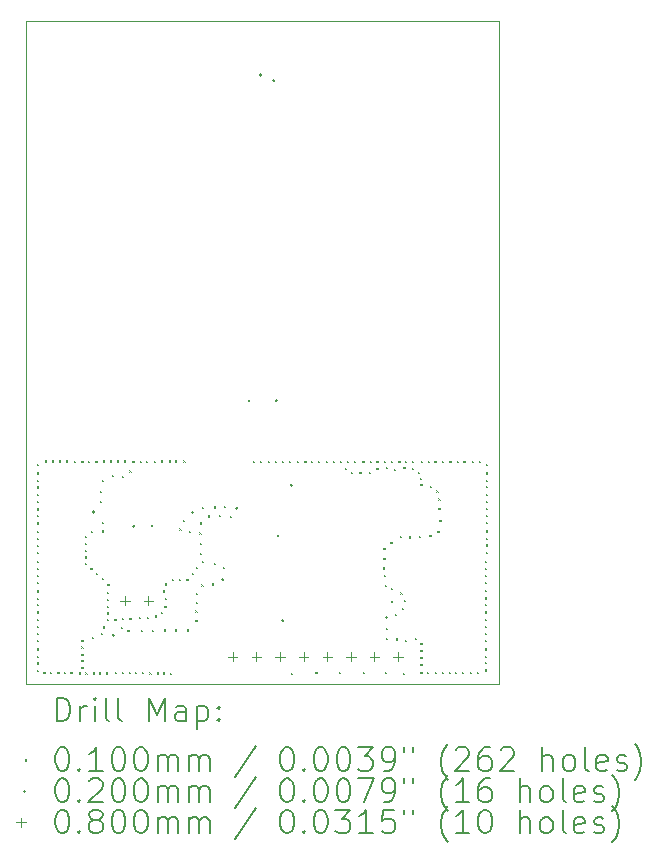
<source format=gbr>
%TF.GenerationSoftware,KiCad,Pcbnew,7.0.9*%
%TF.CreationDate,2024-04-03T14:32:01+02:00*%
%TF.ProjectId,NFC_Programmer,4e46435f-5072-46f6-9772-616d6d65722e,3.0*%
%TF.SameCoordinates,Original*%
%TF.FileFunction,Drillmap*%
%TF.FilePolarity,Positive*%
%FSLAX45Y45*%
G04 Gerber Fmt 4.5, Leading zero omitted, Abs format (unit mm)*
G04 Created by KiCad (PCBNEW 7.0.9) date 2024-04-03 14:32:01*
%MOMM*%
%LPD*%
G01*
G04 APERTURE LIST*
%ADD10C,0.100000*%
%ADD11C,0.200000*%
G04 APERTURE END LIST*
D10*
X16022000Y-11011000D02*
X15866000Y-11011000D01*
X12019000Y-11011000D01*
X12019000Y-5401000D01*
X16022000Y-5401000D01*
X16022000Y-11011000D01*
D11*
D10*
X12107000Y-10219000D02*
X12117000Y-10229000D01*
X12117000Y-10219000D02*
X12107000Y-10229000D01*
X12107000Y-10280000D02*
X12117000Y-10290000D01*
X12117000Y-10280000D02*
X12107000Y-10290000D01*
X12107000Y-10337000D02*
X12117000Y-10347000D01*
X12117000Y-10337000D02*
X12107000Y-10347000D01*
X12107000Y-10398000D02*
X12117000Y-10408000D01*
X12117000Y-10398000D02*
X12107000Y-10408000D01*
X12107000Y-10711000D02*
X12117000Y-10721000D01*
X12117000Y-10711000D02*
X12107000Y-10721000D01*
X12107000Y-10772000D02*
X12117000Y-10782000D01*
X12117000Y-10772000D02*
X12107000Y-10782000D01*
X12107000Y-10829000D02*
X12117000Y-10839000D01*
X12117000Y-10829000D02*
X12107000Y-10839000D01*
X12107000Y-10890000D02*
X12117000Y-10900000D01*
X12117000Y-10890000D02*
X12107000Y-10900000D01*
X12108000Y-9970000D02*
X12118000Y-9980000D01*
X12118000Y-9970000D02*
X12108000Y-9980000D01*
X12108000Y-10031000D02*
X12118000Y-10041000D01*
X12118000Y-10031000D02*
X12108000Y-10041000D01*
X12108000Y-10088000D02*
X12118000Y-10098000D01*
X12118000Y-10088000D02*
X12108000Y-10098000D01*
X12108000Y-10149000D02*
X12118000Y-10159000D01*
X12118000Y-10149000D02*
X12108000Y-10159000D01*
X12108000Y-10462000D02*
X12118000Y-10472000D01*
X12118000Y-10462000D02*
X12108000Y-10472000D01*
X12108000Y-10523000D02*
X12118000Y-10533000D01*
X12118000Y-10523000D02*
X12108000Y-10533000D01*
X12108000Y-10580000D02*
X12118000Y-10590000D01*
X12118000Y-10580000D02*
X12108000Y-10590000D01*
X12108000Y-10641000D02*
X12118000Y-10651000D01*
X12118000Y-10641000D02*
X12108000Y-10651000D01*
X12111000Y-9221000D02*
X12121000Y-9231000D01*
X12121000Y-9221000D02*
X12111000Y-9231000D01*
X12111000Y-9282000D02*
X12121000Y-9292000D01*
X12121000Y-9282000D02*
X12111000Y-9292000D01*
X12111000Y-9339000D02*
X12121000Y-9349000D01*
X12121000Y-9339000D02*
X12111000Y-9349000D01*
X12111000Y-9400000D02*
X12121000Y-9410000D01*
X12121000Y-9400000D02*
X12111000Y-9410000D01*
X12111000Y-9713000D02*
X12121000Y-9723000D01*
X12121000Y-9713000D02*
X12111000Y-9723000D01*
X12111000Y-9774000D02*
X12121000Y-9784000D01*
X12121000Y-9774000D02*
X12111000Y-9784000D01*
X12111000Y-9831000D02*
X12121000Y-9841000D01*
X12121000Y-9831000D02*
X12111000Y-9841000D01*
X12111000Y-9892000D02*
X12121000Y-9902000D01*
X12121000Y-9892000D02*
X12111000Y-9902000D01*
X12112000Y-9151000D02*
X12122000Y-9161000D01*
X12122000Y-9151000D02*
X12112000Y-9161000D01*
X12112000Y-9464000D02*
X12122000Y-9474000D01*
X12122000Y-9464000D02*
X12112000Y-9474000D01*
X12112000Y-9525000D02*
X12122000Y-9535000D01*
X12122000Y-9525000D02*
X12112000Y-9535000D01*
X12112000Y-9582000D02*
X12122000Y-9592000D01*
X12122000Y-9582000D02*
X12112000Y-9592000D01*
X12112000Y-9643000D02*
X12122000Y-9653000D01*
X12122000Y-9643000D02*
X12112000Y-9653000D01*
X12164000Y-10910000D02*
X12174000Y-10920000D01*
X12174000Y-10910000D02*
X12164000Y-10920000D01*
X12176000Y-9119000D02*
X12186000Y-9129000D01*
X12186000Y-9119000D02*
X12176000Y-9129000D01*
X12221000Y-10910000D02*
X12231000Y-10920000D01*
X12231000Y-10910000D02*
X12221000Y-10920000D01*
X12237000Y-9119000D02*
X12247000Y-9129000D01*
X12247000Y-9119000D02*
X12237000Y-9129000D01*
X12282000Y-10910000D02*
X12292000Y-10920000D01*
X12292000Y-10910000D02*
X12282000Y-10920000D01*
X12294000Y-9119000D02*
X12304000Y-9129000D01*
X12304000Y-9119000D02*
X12294000Y-9129000D01*
X12336000Y-10910000D02*
X12346000Y-10920000D01*
X12346000Y-10910000D02*
X12336000Y-10920000D01*
X12355000Y-9119000D02*
X12365000Y-9129000D01*
X12365000Y-9119000D02*
X12355000Y-9129000D01*
X12393000Y-10910000D02*
X12403000Y-10920000D01*
X12403000Y-10910000D02*
X12393000Y-10920000D01*
X12425000Y-9120000D02*
X12435000Y-9130000D01*
X12435000Y-9120000D02*
X12425000Y-9130000D01*
X12463000Y-10913000D02*
X12473000Y-10923000D01*
X12473000Y-10913000D02*
X12463000Y-10923000D01*
X12486000Y-9120000D02*
X12496000Y-9130000D01*
X12496000Y-9120000D02*
X12486000Y-9130000D01*
X12486000Y-10636000D02*
X12496000Y-10646000D01*
X12496000Y-10636000D02*
X12486000Y-10646000D01*
X12486000Y-10693000D02*
X12496000Y-10703000D01*
X12496000Y-10693000D02*
X12486000Y-10703000D01*
X12486000Y-10754000D02*
X12496000Y-10764000D01*
X12496000Y-10754000D02*
X12486000Y-10764000D01*
X12486000Y-10808000D02*
X12496000Y-10818000D01*
X12496000Y-10808000D02*
X12486000Y-10818000D01*
X12486000Y-10865000D02*
X12496000Y-10875000D01*
X12496000Y-10865000D02*
X12486000Y-10875000D01*
X12514000Y-9759000D02*
X12524000Y-9769000D01*
X12524000Y-9759000D02*
X12514000Y-9769000D01*
X12514000Y-9816000D02*
X12524000Y-9826000D01*
X12524000Y-9816000D02*
X12514000Y-9826000D01*
X12514000Y-9877000D02*
X12524000Y-9887000D01*
X12524000Y-9877000D02*
X12514000Y-9887000D01*
X12514000Y-9931000D02*
X12524000Y-9941000D01*
X12524000Y-9931000D02*
X12514000Y-9941000D01*
X12514000Y-9988000D02*
X12524000Y-9998000D01*
X12524000Y-9988000D02*
X12514000Y-9998000D01*
X12520000Y-10913000D02*
X12530000Y-10923000D01*
X12530000Y-10913000D02*
X12520000Y-10923000D01*
X12543000Y-9120000D02*
X12553000Y-9130000D01*
X12553000Y-9120000D02*
X12543000Y-9130000D01*
X12562000Y-10030000D02*
X12572000Y-10040000D01*
X12572000Y-10030000D02*
X12562000Y-10040000D01*
X12569000Y-9713000D02*
X12579000Y-9723000D01*
X12579000Y-9713000D02*
X12569000Y-9723000D01*
X12571000Y-10615000D02*
X12581000Y-10625000D01*
X12581000Y-10615000D02*
X12571000Y-10625000D01*
X12581000Y-10913000D02*
X12591000Y-10923000D01*
X12591000Y-10913000D02*
X12581000Y-10923000D01*
X12604000Y-9120000D02*
X12614000Y-9130000D01*
X12614000Y-9120000D02*
X12604000Y-9130000D01*
X12608000Y-10074000D02*
X12618000Y-10084000D01*
X12618000Y-10074000D02*
X12608000Y-10084000D01*
X12635000Y-10913000D02*
X12645000Y-10923000D01*
X12645000Y-10913000D02*
X12635000Y-10923000D01*
X12639000Y-9379000D02*
X12649000Y-9389000D01*
X12649000Y-9379000D02*
X12639000Y-9389000D01*
X12641000Y-9465000D02*
X12651000Y-9475000D01*
X12651000Y-9465000D02*
X12641000Y-9475000D01*
X12649000Y-10582000D02*
X12659000Y-10592000D01*
X12659000Y-10582000D02*
X12649000Y-10592000D01*
X12656000Y-9641000D02*
X12666000Y-9651000D01*
X12666000Y-9641000D02*
X12656000Y-9651000D01*
X12656000Y-10116000D02*
X12666000Y-10126000D01*
X12666000Y-10116000D02*
X12656000Y-10126000D01*
X12662000Y-9282000D02*
X12672000Y-9292000D01*
X12672000Y-9282000D02*
X12662000Y-9292000D01*
X12662000Y-9711000D02*
X12672000Y-9721000D01*
X12672000Y-9711000D02*
X12662000Y-9721000D01*
X12665000Y-10525000D02*
X12675000Y-10535000D01*
X12675000Y-10525000D02*
X12665000Y-10535000D01*
X12668000Y-9119000D02*
X12678000Y-9129000D01*
X12678000Y-9119000D02*
X12668000Y-9129000D01*
X12692000Y-10913000D02*
X12702000Y-10923000D01*
X12702000Y-10913000D02*
X12692000Y-10923000D01*
X12700000Y-10233000D02*
X12710000Y-10243000D01*
X12710000Y-10233000D02*
X12700000Y-10243000D01*
X12700000Y-10290000D02*
X12710000Y-10300000D01*
X12710000Y-10290000D02*
X12700000Y-10300000D01*
X12700000Y-10351000D02*
X12710000Y-10361000D01*
X12710000Y-10351000D02*
X12700000Y-10361000D01*
X12700000Y-10405000D02*
X12710000Y-10415000D01*
X12710000Y-10405000D02*
X12700000Y-10415000D01*
X12700000Y-10462000D02*
X12710000Y-10472000D01*
X12710000Y-10462000D02*
X12700000Y-10472000D01*
X12705000Y-10164000D02*
X12715000Y-10174000D01*
X12715000Y-10164000D02*
X12705000Y-10174000D01*
X12729000Y-9119000D02*
X12739000Y-9129000D01*
X12739000Y-9119000D02*
X12729000Y-9129000D01*
X12747000Y-9245000D02*
X12757000Y-9255000D01*
X12757000Y-9245000D02*
X12747000Y-9255000D01*
X12765000Y-10459000D02*
X12775000Y-10469000D01*
X12775000Y-10459000D02*
X12765000Y-10469000D01*
X12769000Y-10911000D02*
X12779000Y-10921000D01*
X12779000Y-10911000D02*
X12769000Y-10921000D01*
X12786000Y-9119000D02*
X12796000Y-9129000D01*
X12796000Y-9119000D02*
X12786000Y-9129000D01*
X12820000Y-10527000D02*
X12830000Y-10537000D01*
X12830000Y-10527000D02*
X12820000Y-10537000D01*
X12826000Y-10911000D02*
X12836000Y-10921000D01*
X12836000Y-10911000D02*
X12826000Y-10921000D01*
X12827000Y-10450000D02*
X12837000Y-10460000D01*
X12837000Y-10450000D02*
X12827000Y-10460000D01*
X12828000Y-9250000D02*
X12838000Y-9260000D01*
X12838000Y-9250000D02*
X12828000Y-9260000D01*
X12847000Y-9119000D02*
X12857000Y-9129000D01*
X12857000Y-9119000D02*
X12847000Y-9129000D01*
X12875000Y-10552000D02*
X12885000Y-10562000D01*
X12885000Y-10552000D02*
X12875000Y-10562000D01*
X12887000Y-10911000D02*
X12897000Y-10921000D01*
X12897000Y-10911000D02*
X12887000Y-10921000D01*
X12892000Y-9203000D02*
X12902000Y-9213000D01*
X12902000Y-9203000D02*
X12892000Y-9213000D01*
X12892000Y-10449000D02*
X12902000Y-10459000D01*
X12902000Y-10449000D02*
X12892000Y-10459000D01*
X12917000Y-9120000D02*
X12927000Y-9130000D01*
X12927000Y-9120000D02*
X12917000Y-9130000D01*
X12941000Y-10911000D02*
X12951000Y-10921000D01*
X12951000Y-10911000D02*
X12941000Y-10921000D01*
X12973000Y-10443000D02*
X12983000Y-10453000D01*
X12983000Y-10443000D02*
X12973000Y-10453000D01*
X12978000Y-9120000D02*
X12988000Y-9130000D01*
X12988000Y-9120000D02*
X12978000Y-9130000D01*
X12989000Y-10552000D02*
X12999000Y-10562000D01*
X12999000Y-10552000D02*
X12989000Y-10562000D01*
X12998000Y-10911000D02*
X13008000Y-10921000D01*
X13008000Y-10911000D02*
X12998000Y-10921000D01*
X13035000Y-9120000D02*
X13045000Y-9130000D01*
X13045000Y-9120000D02*
X13035000Y-9130000D01*
X13038000Y-10445000D02*
X13048000Y-10455000D01*
X13048000Y-10445000D02*
X13038000Y-10455000D01*
X13062000Y-10913000D02*
X13072000Y-10923000D01*
X13072000Y-10913000D02*
X13062000Y-10923000D01*
X13082000Y-10552000D02*
X13092000Y-10562000D01*
X13092000Y-10552000D02*
X13082000Y-10562000D01*
X13096000Y-9120000D02*
X13106000Y-9130000D01*
X13106000Y-9120000D02*
X13096000Y-9130000D01*
X13111000Y-10431000D02*
X13121000Y-10441000D01*
X13121000Y-10431000D02*
X13111000Y-10441000D01*
X13124000Y-10913000D02*
X13134000Y-10923000D01*
X13134000Y-10913000D02*
X13124000Y-10923000D01*
X13158000Y-10399000D02*
X13168000Y-10409000D01*
X13168000Y-10399000D02*
X13158000Y-10409000D01*
X13162000Y-9119000D02*
X13172000Y-9129000D01*
X13172000Y-9119000D02*
X13162000Y-9129000D01*
X13173000Y-10219000D02*
X13183000Y-10229000D01*
X13183000Y-10219000D02*
X13173000Y-10229000D01*
X13177000Y-10913000D02*
X13187000Y-10923000D01*
X13187000Y-10913000D02*
X13177000Y-10923000D01*
X13182000Y-10550000D02*
X13192000Y-10560000D01*
X13192000Y-10550000D02*
X13182000Y-10560000D01*
X13189000Y-10348000D02*
X13199000Y-10358000D01*
X13199000Y-10348000D02*
X13189000Y-10358000D01*
X13191000Y-10160000D02*
X13201000Y-10170000D01*
X13201000Y-10160000D02*
X13191000Y-10170000D01*
X13191000Y-10283000D02*
X13201000Y-10293000D01*
X13201000Y-10283000D02*
X13191000Y-10293000D01*
X13223000Y-9119000D02*
X13233000Y-9129000D01*
X13233000Y-9119000D02*
X13223000Y-9129000D01*
X13235000Y-10915000D02*
X13245000Y-10925000D01*
X13245000Y-10915000D02*
X13235000Y-10925000D01*
X13251000Y-10121000D02*
X13261000Y-10131000D01*
X13261000Y-10121000D02*
X13251000Y-10131000D01*
X13277000Y-10550000D02*
X13287000Y-10560000D01*
X13287000Y-10550000D02*
X13277000Y-10560000D01*
X13280000Y-9119000D02*
X13290000Y-9129000D01*
X13290000Y-9119000D02*
X13280000Y-9129000D01*
X13308000Y-10121000D02*
X13318000Y-10131000D01*
X13318000Y-10121000D02*
X13308000Y-10131000D01*
X13316000Y-9694000D02*
X13326000Y-9704000D01*
X13326000Y-9694000D02*
X13316000Y-9704000D01*
X13348000Y-9623000D02*
X13358000Y-9633000D01*
X13358000Y-9623000D02*
X13348000Y-9633000D01*
X13349000Y-9119000D02*
X13359000Y-9129000D01*
X13359000Y-9119000D02*
X13349000Y-9129000D01*
X13374000Y-10119000D02*
X13384000Y-10129000D01*
X13384000Y-10119000D02*
X13374000Y-10129000D01*
X13379000Y-10549000D02*
X13389000Y-10559000D01*
X13389000Y-10549000D02*
X13379000Y-10559000D01*
X13393000Y-9714000D02*
X13403000Y-9724000D01*
X13403000Y-9714000D02*
X13393000Y-9724000D01*
X13420000Y-10072000D02*
X13430000Y-10082000D01*
X13430000Y-10072000D02*
X13420000Y-10082000D01*
X13451000Y-10389000D02*
X13461000Y-10399000D01*
X13461000Y-10389000D02*
X13451000Y-10399000D01*
X13451000Y-10467000D02*
X13461000Y-10477000D01*
X13461000Y-10467000D02*
X13451000Y-10477000D01*
X13452000Y-10243000D02*
X13462000Y-10253000D01*
X13462000Y-10243000D02*
X13452000Y-10253000D01*
X13452000Y-10320000D02*
X13462000Y-10330000D01*
X13462000Y-10320000D02*
X13452000Y-10330000D01*
X13454000Y-10019000D02*
X13464000Y-10029000D01*
X13464000Y-10019000D02*
X13454000Y-10029000D01*
X13484000Y-9728000D02*
X13494000Y-9738000D01*
X13494000Y-9728000D02*
X13484000Y-9738000D01*
X13490000Y-9643000D02*
X13500000Y-9653000D01*
X13500000Y-9643000D02*
X13490000Y-9653000D01*
X13490000Y-9819000D02*
X13500000Y-9829000D01*
X13500000Y-9819000D02*
X13490000Y-9829000D01*
X13491000Y-9900000D02*
X13501000Y-9910000D01*
X13501000Y-9900000D02*
X13491000Y-9910000D01*
X13501000Y-10169000D02*
X13511000Y-10179000D01*
X13511000Y-10169000D02*
X13501000Y-10179000D01*
X13502789Y-9512435D02*
X13512789Y-9522435D01*
X13512789Y-9512435D02*
X13502789Y-9522435D01*
X13507000Y-9972000D02*
X13517000Y-9982000D01*
X13517000Y-9972000D02*
X13507000Y-9982000D01*
X13557000Y-9584000D02*
X13567000Y-9594000D01*
X13567000Y-9584000D02*
X13557000Y-9594000D01*
X13593000Y-10160000D02*
X13603000Y-10170000D01*
X13603000Y-10160000D02*
X13593000Y-10170000D01*
X13605000Y-9509000D02*
X13615000Y-9519000D01*
X13615000Y-9509000D02*
X13605000Y-9519000D01*
X13605000Y-9987000D02*
X13615000Y-9997000D01*
X13615000Y-9987000D02*
X13605000Y-9997000D01*
X13649000Y-9582000D02*
X13659000Y-9592000D01*
X13659000Y-9582000D02*
X13649000Y-9592000D01*
X13683000Y-10019000D02*
X13693000Y-10029000D01*
X13693000Y-10019000D02*
X13683000Y-10029000D01*
X13693000Y-9506000D02*
X13703000Y-9516000D01*
X13703000Y-9506000D02*
X13693000Y-9516000D01*
X13740000Y-9588000D02*
X13750000Y-9598000D01*
X13750000Y-9588000D02*
X13740000Y-9598000D01*
X13936000Y-9124000D02*
X13946000Y-9134000D01*
X13946000Y-9124000D02*
X13936000Y-9134000D01*
X13997000Y-9124000D02*
X14007000Y-9134000D01*
X14007000Y-9124000D02*
X13997000Y-9134000D01*
X14063000Y-9123000D02*
X14073000Y-9133000D01*
X14073000Y-9123000D02*
X14063000Y-9133000D01*
X14124000Y-9123000D02*
X14134000Y-9133000D01*
X14134000Y-9123000D02*
X14124000Y-9133000D01*
X14181000Y-9123000D02*
X14191000Y-9133000D01*
X14191000Y-9123000D02*
X14181000Y-9133000D01*
X14242000Y-9123000D02*
X14252000Y-9133000D01*
X14252000Y-9123000D02*
X14242000Y-9133000D01*
X14259000Y-10916000D02*
X14269000Y-10926000D01*
X14269000Y-10916000D02*
X14259000Y-10926000D01*
X14312000Y-9124000D02*
X14322000Y-9134000D01*
X14322000Y-9124000D02*
X14312000Y-9134000D01*
X14373000Y-9124000D02*
X14383000Y-9134000D01*
X14383000Y-9124000D02*
X14373000Y-9134000D01*
X14430000Y-9124000D02*
X14440000Y-9134000D01*
X14440000Y-9124000D02*
X14430000Y-9134000D01*
X14466000Y-10910000D02*
X14476000Y-10920000D01*
X14476000Y-10910000D02*
X14466000Y-10920000D01*
X14491000Y-9124000D02*
X14501000Y-9134000D01*
X14501000Y-9124000D02*
X14491000Y-9134000D01*
X14555000Y-9123000D02*
X14565000Y-9133000D01*
X14565000Y-9123000D02*
X14555000Y-9133000D01*
X14616000Y-9123000D02*
X14626000Y-9133000D01*
X14626000Y-9123000D02*
X14616000Y-9133000D01*
X14669000Y-10912000D02*
X14679000Y-10922000D01*
X14679000Y-10912000D02*
X14669000Y-10922000D01*
X14677000Y-9123000D02*
X14687000Y-9133000D01*
X14687000Y-9123000D02*
X14677000Y-9133000D01*
X14715000Y-9185000D02*
X14725000Y-9195000D01*
X14725000Y-9185000D02*
X14715000Y-9195000D01*
X14734000Y-9123000D02*
X14744000Y-9133000D01*
X14744000Y-9123000D02*
X14734000Y-9133000D01*
X14765110Y-9217195D02*
X14775110Y-9227195D01*
X14775110Y-9217195D02*
X14765110Y-9227195D01*
X14795000Y-9123000D02*
X14805000Y-9133000D01*
X14805000Y-9123000D02*
X14795000Y-9133000D01*
X14839000Y-9218000D02*
X14849000Y-9228000D01*
X14849000Y-9218000D02*
X14839000Y-9228000D01*
X14865000Y-9124000D02*
X14875000Y-9134000D01*
X14875000Y-9124000D02*
X14865000Y-9134000D01*
X14867000Y-10910000D02*
X14877000Y-10920000D01*
X14877000Y-10910000D02*
X14867000Y-10920000D01*
X14923000Y-9217000D02*
X14933000Y-9227000D01*
X14933000Y-9217000D02*
X14923000Y-9227000D01*
X14926000Y-9124000D02*
X14936000Y-9134000D01*
X14936000Y-9124000D02*
X14926000Y-9134000D01*
X14983000Y-9124000D02*
X14993000Y-9134000D01*
X14993000Y-9124000D02*
X14983000Y-9134000D01*
X14983000Y-9184000D02*
X14993000Y-9194000D01*
X14993000Y-9184000D02*
X14983000Y-9194000D01*
X15041000Y-10025000D02*
X15051000Y-10035000D01*
X15051000Y-10025000D02*
X15041000Y-10035000D01*
X15042000Y-9863000D02*
X15052000Y-9873000D01*
X15052000Y-9863000D02*
X15042000Y-9873000D01*
X15043000Y-9946000D02*
X15053000Y-9956000D01*
X15053000Y-9946000D02*
X15043000Y-9956000D01*
X15044000Y-9124000D02*
X15054000Y-9134000D01*
X15054000Y-9124000D02*
X15044000Y-9134000D01*
X15048000Y-10091000D02*
X15058000Y-10101000D01*
X15058000Y-10091000D02*
X15048000Y-10101000D01*
X15052000Y-10170000D02*
X15062000Y-10180000D01*
X15062000Y-10170000D02*
X15052000Y-10180000D01*
X15057000Y-10910000D02*
X15067000Y-10920000D01*
X15067000Y-10910000D02*
X15057000Y-10920000D01*
X15063000Y-10535000D02*
X15073000Y-10545000D01*
X15073000Y-10535000D02*
X15063000Y-10545000D01*
X15064000Y-9176000D02*
X15074000Y-9186000D01*
X15074000Y-9176000D02*
X15064000Y-9186000D01*
X15065000Y-10623000D02*
X15075000Y-10633000D01*
X15075000Y-10623000D02*
X15065000Y-10633000D01*
X15102000Y-9806000D02*
X15112000Y-9816000D01*
X15112000Y-9806000D02*
X15102000Y-9816000D01*
X15107446Y-10196020D02*
X15117446Y-10206020D01*
X15117446Y-10196020D02*
X15107446Y-10206020D01*
X15108000Y-9123000D02*
X15118000Y-9133000D01*
X15118000Y-9123000D02*
X15108000Y-9133000D01*
X15131434Y-9192000D02*
X15141434Y-9202000D01*
X15141434Y-9192000D02*
X15131434Y-9202000D01*
X15141000Y-10417000D02*
X15151000Y-10427000D01*
X15151000Y-10417000D02*
X15141000Y-10427000D01*
X15146000Y-10626000D02*
X15156000Y-10636000D01*
X15156000Y-10626000D02*
X15146000Y-10636000D01*
X15169000Y-9123000D02*
X15179000Y-9133000D01*
X15179000Y-9123000D02*
X15169000Y-9133000D01*
X15184000Y-9760000D02*
X15194000Y-9770000D01*
X15194000Y-9760000D02*
X15184000Y-9770000D01*
X15186761Y-10236155D02*
X15196761Y-10246155D01*
X15196761Y-10236155D02*
X15186761Y-10246155D01*
X15201000Y-10369000D02*
X15211000Y-10379000D01*
X15211000Y-10369000D02*
X15201000Y-10379000D01*
X15209000Y-10918000D02*
X15219000Y-10928000D01*
X15219000Y-10918000D02*
X15209000Y-10928000D01*
X15212000Y-9177000D02*
X15222000Y-9187000D01*
X15222000Y-9177000D02*
X15212000Y-9187000D01*
X15217000Y-10297000D02*
X15227000Y-10307000D01*
X15227000Y-10297000D02*
X15217000Y-10307000D01*
X15226000Y-9123000D02*
X15236000Y-9133000D01*
X15236000Y-9123000D02*
X15226000Y-9133000D01*
X15226000Y-10636000D02*
X15236000Y-10646000D01*
X15236000Y-10636000D02*
X15226000Y-10646000D01*
X15261000Y-9762000D02*
X15271000Y-9772000D01*
X15271000Y-9762000D02*
X15261000Y-9772000D01*
X15282000Y-9182000D02*
X15292000Y-9192000D01*
X15292000Y-9182000D02*
X15282000Y-9192000D01*
X15287000Y-9123000D02*
X15297000Y-9133000D01*
X15297000Y-9123000D02*
X15287000Y-9133000D01*
X15309000Y-10622000D02*
X15319000Y-10632000D01*
X15319000Y-10622000D02*
X15309000Y-10632000D01*
X15337000Y-9214000D02*
X15347000Y-9224000D01*
X15347000Y-9214000D02*
X15337000Y-9224000D01*
X15340000Y-9759000D02*
X15350000Y-9769000D01*
X15350000Y-9759000D02*
X15340000Y-9769000D01*
X15349000Y-9268000D02*
X15359000Y-9278000D01*
X15359000Y-9268000D02*
X15349000Y-9278000D01*
X15355000Y-10907000D02*
X15365000Y-10917000D01*
X15365000Y-10907000D02*
X15355000Y-10917000D01*
X15356000Y-9321000D02*
X15366000Y-9331000D01*
X15366000Y-9321000D02*
X15356000Y-9331000D01*
X15356000Y-10663000D02*
X15366000Y-10673000D01*
X15366000Y-10663000D02*
X15356000Y-10673000D01*
X15356000Y-10720000D02*
X15366000Y-10730000D01*
X15366000Y-10720000D02*
X15356000Y-10730000D01*
X15356000Y-10784000D02*
X15366000Y-10794000D01*
X15366000Y-10784000D02*
X15356000Y-10794000D01*
X15356000Y-10841000D02*
X15366000Y-10851000D01*
X15366000Y-10841000D02*
X15356000Y-10851000D01*
X15357000Y-9124000D02*
X15367000Y-9134000D01*
X15367000Y-9124000D02*
X15357000Y-9134000D01*
X15412000Y-10907000D02*
X15422000Y-10917000D01*
X15422000Y-10907000D02*
X15412000Y-10917000D01*
X15418000Y-9124000D02*
X15428000Y-9134000D01*
X15428000Y-9124000D02*
X15418000Y-9134000D01*
X15432000Y-9753000D02*
X15442000Y-9763000D01*
X15442000Y-9753000D02*
X15432000Y-9763000D01*
X15434000Y-9332000D02*
X15444000Y-9342000D01*
X15444000Y-9332000D02*
X15434000Y-9342000D01*
X15475000Y-9124000D02*
X15485000Y-9134000D01*
X15485000Y-9124000D02*
X15475000Y-9134000D01*
X15478000Y-10907000D02*
X15488000Y-10917000D01*
X15488000Y-10907000D02*
X15478000Y-10917000D01*
X15491000Y-9373000D02*
X15501000Y-9383000D01*
X15501000Y-9373000D02*
X15491000Y-9383000D01*
X15500000Y-9717000D02*
X15510000Y-9727000D01*
X15510000Y-9717000D02*
X15500000Y-9727000D01*
X15508000Y-9440000D02*
X15518000Y-9450000D01*
X15518000Y-9440000D02*
X15508000Y-9450000D01*
X15508000Y-9524000D02*
X15518000Y-9534000D01*
X15518000Y-9524000D02*
X15508000Y-9534000D01*
X15516000Y-9621000D02*
X15526000Y-9631000D01*
X15526000Y-9621000D02*
X15516000Y-9631000D01*
X15535000Y-10907000D02*
X15545000Y-10917000D01*
X15545000Y-10907000D02*
X15535000Y-10917000D01*
X15536000Y-9124000D02*
X15546000Y-9134000D01*
X15546000Y-9124000D02*
X15536000Y-9134000D01*
X15596000Y-10907000D02*
X15606000Y-10917000D01*
X15606000Y-10907000D02*
X15596000Y-10917000D01*
X15602000Y-9123000D02*
X15612000Y-9133000D01*
X15612000Y-9123000D02*
X15602000Y-9133000D01*
X15650000Y-10907000D02*
X15660000Y-10917000D01*
X15660000Y-10907000D02*
X15650000Y-10917000D01*
X15663000Y-9123000D02*
X15673000Y-9133000D01*
X15673000Y-9123000D02*
X15663000Y-9133000D01*
X15707000Y-10907000D02*
X15717000Y-10917000D01*
X15717000Y-10907000D02*
X15707000Y-10917000D01*
X15720000Y-9123000D02*
X15730000Y-9133000D01*
X15730000Y-9123000D02*
X15720000Y-9133000D01*
X15777000Y-10910000D02*
X15787000Y-10920000D01*
X15787000Y-10910000D02*
X15777000Y-10920000D01*
X15789000Y-9123000D02*
X15799000Y-9133000D01*
X15799000Y-9123000D02*
X15789000Y-9133000D01*
X15834000Y-10910000D02*
X15844000Y-10920000D01*
X15844000Y-10910000D02*
X15834000Y-10920000D01*
X15850000Y-9123000D02*
X15860000Y-9133000D01*
X15860000Y-9123000D02*
X15850000Y-9133000D01*
X15903000Y-10218000D02*
X15913000Y-10228000D01*
X15913000Y-10218000D02*
X15903000Y-10228000D01*
X15903000Y-10279000D02*
X15913000Y-10289000D01*
X15913000Y-10279000D02*
X15903000Y-10289000D01*
X15903000Y-10336000D02*
X15913000Y-10346000D01*
X15913000Y-10336000D02*
X15903000Y-10346000D01*
X15903000Y-10397000D02*
X15913000Y-10407000D01*
X15913000Y-10397000D02*
X15903000Y-10407000D01*
X15903000Y-10710000D02*
X15913000Y-10720000D01*
X15913000Y-10710000D02*
X15903000Y-10720000D01*
X15903000Y-10771000D02*
X15913000Y-10781000D01*
X15913000Y-10771000D02*
X15903000Y-10781000D01*
X15903000Y-10828000D02*
X15913000Y-10838000D01*
X15913000Y-10828000D02*
X15903000Y-10838000D01*
X15903000Y-10889000D02*
X15913000Y-10899000D01*
X15913000Y-10889000D02*
X15903000Y-10899000D01*
X15904000Y-9969000D02*
X15914000Y-9979000D01*
X15914000Y-9969000D02*
X15904000Y-9979000D01*
X15904000Y-10030000D02*
X15914000Y-10040000D01*
X15914000Y-10030000D02*
X15904000Y-10040000D01*
X15904000Y-10087000D02*
X15914000Y-10097000D01*
X15914000Y-10087000D02*
X15904000Y-10097000D01*
X15904000Y-10148000D02*
X15914000Y-10158000D01*
X15914000Y-10148000D02*
X15904000Y-10158000D01*
X15904000Y-10461000D02*
X15914000Y-10471000D01*
X15914000Y-10461000D02*
X15904000Y-10471000D01*
X15904000Y-10522000D02*
X15914000Y-10532000D01*
X15914000Y-10522000D02*
X15904000Y-10532000D01*
X15904000Y-10579000D02*
X15914000Y-10589000D01*
X15914000Y-10579000D02*
X15904000Y-10589000D01*
X15904000Y-10640000D02*
X15914000Y-10650000D01*
X15914000Y-10640000D02*
X15904000Y-10650000D01*
X15907000Y-9220000D02*
X15917000Y-9230000D01*
X15917000Y-9220000D02*
X15907000Y-9230000D01*
X15907000Y-9281000D02*
X15917000Y-9291000D01*
X15917000Y-9281000D02*
X15907000Y-9291000D01*
X15907000Y-9338000D02*
X15917000Y-9348000D01*
X15917000Y-9338000D02*
X15907000Y-9348000D01*
X15907000Y-9399000D02*
X15917000Y-9409000D01*
X15917000Y-9399000D02*
X15907000Y-9409000D01*
X15907000Y-9712000D02*
X15917000Y-9722000D01*
X15917000Y-9712000D02*
X15907000Y-9722000D01*
X15907000Y-9773000D02*
X15917000Y-9783000D01*
X15917000Y-9773000D02*
X15907000Y-9783000D01*
X15907000Y-9830000D02*
X15917000Y-9840000D01*
X15917000Y-9830000D02*
X15907000Y-9840000D01*
X15907000Y-9891000D02*
X15917000Y-9901000D01*
X15917000Y-9891000D02*
X15907000Y-9901000D01*
X15908000Y-9150000D02*
X15918000Y-9160000D01*
X15918000Y-9150000D02*
X15908000Y-9160000D01*
X15908000Y-9463000D02*
X15918000Y-9473000D01*
X15918000Y-9463000D02*
X15908000Y-9473000D01*
X15908000Y-9524000D02*
X15918000Y-9534000D01*
X15918000Y-9524000D02*
X15908000Y-9534000D01*
X15908000Y-9581000D02*
X15918000Y-9591000D01*
X15918000Y-9581000D02*
X15908000Y-9591000D01*
X15908000Y-9642000D02*
X15918000Y-9652000D01*
X15918000Y-9642000D02*
X15908000Y-9652000D01*
X12597000Y-9556000D02*
G75*
G03*
X12597000Y-9556000I-10000J0D01*
G01*
X12765000Y-10599000D02*
G75*
G03*
X12765000Y-10599000I-10000J0D01*
G01*
X12938000Y-9677000D02*
G75*
G03*
X12938000Y-9677000I-10000J0D01*
G01*
X13095000Y-9674000D02*
G75*
G03*
X13095000Y-9674000I-10000J0D01*
G01*
X13435158Y-9560158D02*
G75*
G03*
X13435158Y-9560158I-10000J0D01*
G01*
X13692000Y-10130000D02*
G75*
G03*
X13692000Y-10130000I-10000J0D01*
G01*
X13809000Y-9523000D02*
G75*
G03*
X13809000Y-9523000I-10000J0D01*
G01*
X13913000Y-8615000D02*
G75*
G03*
X13913000Y-8615000I-10000J0D01*
G01*
X14011000Y-5855000D02*
G75*
G03*
X14011000Y-5855000I-10000J0D01*
G01*
X14125000Y-5904000D02*
G75*
G03*
X14125000Y-5904000I-10000J0D01*
G01*
X14147000Y-8614000D02*
G75*
G03*
X14147000Y-8614000I-10000J0D01*
G01*
X14160000Y-9757000D02*
G75*
G03*
X14160000Y-9757000I-10000J0D01*
G01*
X14201000Y-10476000D02*
G75*
G03*
X14201000Y-10476000I-10000J0D01*
G01*
X14272000Y-9328000D02*
G75*
G03*
X14272000Y-9328000I-10000J0D01*
G01*
X15080000Y-10448000D02*
G75*
G03*
X15080000Y-10448000I-10000J0D01*
G01*
X15126000Y-10318000D02*
G75*
G03*
X15126000Y-10318000I-10000J0D01*
G01*
X12853000Y-10266000D02*
X12853000Y-10346000D01*
X12813000Y-10306000D02*
X12893000Y-10306000D01*
X13053000Y-10266000D02*
X13053000Y-10346000D01*
X13013000Y-10306000D02*
X13093000Y-10306000D01*
X13767000Y-10741000D02*
X13767000Y-10821000D01*
X13727000Y-10781000D02*
X13807000Y-10781000D01*
X13967000Y-10741000D02*
X13967000Y-10821000D01*
X13927000Y-10781000D02*
X14007000Y-10781000D01*
X14167000Y-10741000D02*
X14167000Y-10821000D01*
X14127000Y-10781000D02*
X14207000Y-10781000D01*
X14367000Y-10741000D02*
X14367000Y-10821000D01*
X14327000Y-10781000D02*
X14407000Y-10781000D01*
X14567000Y-10741000D02*
X14567000Y-10821000D01*
X14527000Y-10781000D02*
X14607000Y-10781000D01*
X14767000Y-10741000D02*
X14767000Y-10821000D01*
X14727000Y-10781000D02*
X14807000Y-10781000D01*
X14967000Y-10741000D02*
X14967000Y-10821000D01*
X14927000Y-10781000D02*
X15007000Y-10781000D01*
X15167000Y-10741000D02*
X15167000Y-10821000D01*
X15127000Y-10781000D02*
X15207000Y-10781000D01*
D11*
X12274777Y-11327484D02*
X12274777Y-11127484D01*
X12274777Y-11127484D02*
X12322396Y-11127484D01*
X12322396Y-11127484D02*
X12350967Y-11137008D01*
X12350967Y-11137008D02*
X12370015Y-11156055D01*
X12370015Y-11156055D02*
X12379539Y-11175103D01*
X12379539Y-11175103D02*
X12389062Y-11213198D01*
X12389062Y-11213198D02*
X12389062Y-11241769D01*
X12389062Y-11241769D02*
X12379539Y-11279865D01*
X12379539Y-11279865D02*
X12370015Y-11298912D01*
X12370015Y-11298912D02*
X12350967Y-11317960D01*
X12350967Y-11317960D02*
X12322396Y-11327484D01*
X12322396Y-11327484D02*
X12274777Y-11327484D01*
X12474777Y-11327484D02*
X12474777Y-11194150D01*
X12474777Y-11232246D02*
X12484301Y-11213198D01*
X12484301Y-11213198D02*
X12493824Y-11203674D01*
X12493824Y-11203674D02*
X12512872Y-11194150D01*
X12512872Y-11194150D02*
X12531920Y-11194150D01*
X12598586Y-11327484D02*
X12598586Y-11194150D01*
X12598586Y-11127484D02*
X12589062Y-11137008D01*
X12589062Y-11137008D02*
X12598586Y-11146531D01*
X12598586Y-11146531D02*
X12608110Y-11137008D01*
X12608110Y-11137008D02*
X12598586Y-11127484D01*
X12598586Y-11127484D02*
X12598586Y-11146531D01*
X12722396Y-11327484D02*
X12703348Y-11317960D01*
X12703348Y-11317960D02*
X12693824Y-11298912D01*
X12693824Y-11298912D02*
X12693824Y-11127484D01*
X12827158Y-11327484D02*
X12808110Y-11317960D01*
X12808110Y-11317960D02*
X12798586Y-11298912D01*
X12798586Y-11298912D02*
X12798586Y-11127484D01*
X13055729Y-11327484D02*
X13055729Y-11127484D01*
X13055729Y-11127484D02*
X13122396Y-11270341D01*
X13122396Y-11270341D02*
X13189062Y-11127484D01*
X13189062Y-11127484D02*
X13189062Y-11327484D01*
X13370015Y-11327484D02*
X13370015Y-11222722D01*
X13370015Y-11222722D02*
X13360491Y-11203674D01*
X13360491Y-11203674D02*
X13341443Y-11194150D01*
X13341443Y-11194150D02*
X13303348Y-11194150D01*
X13303348Y-11194150D02*
X13284301Y-11203674D01*
X13370015Y-11317960D02*
X13350967Y-11327484D01*
X13350967Y-11327484D02*
X13303348Y-11327484D01*
X13303348Y-11327484D02*
X13284301Y-11317960D01*
X13284301Y-11317960D02*
X13274777Y-11298912D01*
X13274777Y-11298912D02*
X13274777Y-11279865D01*
X13274777Y-11279865D02*
X13284301Y-11260817D01*
X13284301Y-11260817D02*
X13303348Y-11251293D01*
X13303348Y-11251293D02*
X13350967Y-11251293D01*
X13350967Y-11251293D02*
X13370015Y-11241769D01*
X13465253Y-11194150D02*
X13465253Y-11394150D01*
X13465253Y-11203674D02*
X13484301Y-11194150D01*
X13484301Y-11194150D02*
X13522396Y-11194150D01*
X13522396Y-11194150D02*
X13541443Y-11203674D01*
X13541443Y-11203674D02*
X13550967Y-11213198D01*
X13550967Y-11213198D02*
X13560491Y-11232246D01*
X13560491Y-11232246D02*
X13560491Y-11289388D01*
X13560491Y-11289388D02*
X13550967Y-11308436D01*
X13550967Y-11308436D02*
X13541443Y-11317960D01*
X13541443Y-11317960D02*
X13522396Y-11327484D01*
X13522396Y-11327484D02*
X13484301Y-11327484D01*
X13484301Y-11327484D02*
X13465253Y-11317960D01*
X13646205Y-11308436D02*
X13655729Y-11317960D01*
X13655729Y-11317960D02*
X13646205Y-11327484D01*
X13646205Y-11327484D02*
X13636682Y-11317960D01*
X13636682Y-11317960D02*
X13646205Y-11308436D01*
X13646205Y-11308436D02*
X13646205Y-11327484D01*
X13646205Y-11203674D02*
X13655729Y-11213198D01*
X13655729Y-11213198D02*
X13646205Y-11222722D01*
X13646205Y-11222722D02*
X13636682Y-11213198D01*
X13636682Y-11213198D02*
X13646205Y-11203674D01*
X13646205Y-11203674D02*
X13646205Y-11222722D01*
D10*
X12004000Y-11651000D02*
X12014000Y-11661000D01*
X12014000Y-11651000D02*
X12004000Y-11661000D01*
D11*
X12312872Y-11547484D02*
X12331920Y-11547484D01*
X12331920Y-11547484D02*
X12350967Y-11557008D01*
X12350967Y-11557008D02*
X12360491Y-11566531D01*
X12360491Y-11566531D02*
X12370015Y-11585579D01*
X12370015Y-11585579D02*
X12379539Y-11623674D01*
X12379539Y-11623674D02*
X12379539Y-11671293D01*
X12379539Y-11671293D02*
X12370015Y-11709388D01*
X12370015Y-11709388D02*
X12360491Y-11728436D01*
X12360491Y-11728436D02*
X12350967Y-11737960D01*
X12350967Y-11737960D02*
X12331920Y-11747484D01*
X12331920Y-11747484D02*
X12312872Y-11747484D01*
X12312872Y-11747484D02*
X12293824Y-11737960D01*
X12293824Y-11737960D02*
X12284301Y-11728436D01*
X12284301Y-11728436D02*
X12274777Y-11709388D01*
X12274777Y-11709388D02*
X12265253Y-11671293D01*
X12265253Y-11671293D02*
X12265253Y-11623674D01*
X12265253Y-11623674D02*
X12274777Y-11585579D01*
X12274777Y-11585579D02*
X12284301Y-11566531D01*
X12284301Y-11566531D02*
X12293824Y-11557008D01*
X12293824Y-11557008D02*
X12312872Y-11547484D01*
X12465253Y-11728436D02*
X12474777Y-11737960D01*
X12474777Y-11737960D02*
X12465253Y-11747484D01*
X12465253Y-11747484D02*
X12455729Y-11737960D01*
X12455729Y-11737960D02*
X12465253Y-11728436D01*
X12465253Y-11728436D02*
X12465253Y-11747484D01*
X12665253Y-11747484D02*
X12550967Y-11747484D01*
X12608110Y-11747484D02*
X12608110Y-11547484D01*
X12608110Y-11547484D02*
X12589062Y-11576055D01*
X12589062Y-11576055D02*
X12570015Y-11595103D01*
X12570015Y-11595103D02*
X12550967Y-11604627D01*
X12789062Y-11547484D02*
X12808110Y-11547484D01*
X12808110Y-11547484D02*
X12827158Y-11557008D01*
X12827158Y-11557008D02*
X12836682Y-11566531D01*
X12836682Y-11566531D02*
X12846205Y-11585579D01*
X12846205Y-11585579D02*
X12855729Y-11623674D01*
X12855729Y-11623674D02*
X12855729Y-11671293D01*
X12855729Y-11671293D02*
X12846205Y-11709388D01*
X12846205Y-11709388D02*
X12836682Y-11728436D01*
X12836682Y-11728436D02*
X12827158Y-11737960D01*
X12827158Y-11737960D02*
X12808110Y-11747484D01*
X12808110Y-11747484D02*
X12789062Y-11747484D01*
X12789062Y-11747484D02*
X12770015Y-11737960D01*
X12770015Y-11737960D02*
X12760491Y-11728436D01*
X12760491Y-11728436D02*
X12750967Y-11709388D01*
X12750967Y-11709388D02*
X12741443Y-11671293D01*
X12741443Y-11671293D02*
X12741443Y-11623674D01*
X12741443Y-11623674D02*
X12750967Y-11585579D01*
X12750967Y-11585579D02*
X12760491Y-11566531D01*
X12760491Y-11566531D02*
X12770015Y-11557008D01*
X12770015Y-11557008D02*
X12789062Y-11547484D01*
X12979539Y-11547484D02*
X12998586Y-11547484D01*
X12998586Y-11547484D02*
X13017634Y-11557008D01*
X13017634Y-11557008D02*
X13027158Y-11566531D01*
X13027158Y-11566531D02*
X13036682Y-11585579D01*
X13036682Y-11585579D02*
X13046205Y-11623674D01*
X13046205Y-11623674D02*
X13046205Y-11671293D01*
X13046205Y-11671293D02*
X13036682Y-11709388D01*
X13036682Y-11709388D02*
X13027158Y-11728436D01*
X13027158Y-11728436D02*
X13017634Y-11737960D01*
X13017634Y-11737960D02*
X12998586Y-11747484D01*
X12998586Y-11747484D02*
X12979539Y-11747484D01*
X12979539Y-11747484D02*
X12960491Y-11737960D01*
X12960491Y-11737960D02*
X12950967Y-11728436D01*
X12950967Y-11728436D02*
X12941443Y-11709388D01*
X12941443Y-11709388D02*
X12931920Y-11671293D01*
X12931920Y-11671293D02*
X12931920Y-11623674D01*
X12931920Y-11623674D02*
X12941443Y-11585579D01*
X12941443Y-11585579D02*
X12950967Y-11566531D01*
X12950967Y-11566531D02*
X12960491Y-11557008D01*
X12960491Y-11557008D02*
X12979539Y-11547484D01*
X13131920Y-11747484D02*
X13131920Y-11614150D01*
X13131920Y-11633198D02*
X13141443Y-11623674D01*
X13141443Y-11623674D02*
X13160491Y-11614150D01*
X13160491Y-11614150D02*
X13189063Y-11614150D01*
X13189063Y-11614150D02*
X13208110Y-11623674D01*
X13208110Y-11623674D02*
X13217634Y-11642722D01*
X13217634Y-11642722D02*
X13217634Y-11747484D01*
X13217634Y-11642722D02*
X13227158Y-11623674D01*
X13227158Y-11623674D02*
X13246205Y-11614150D01*
X13246205Y-11614150D02*
X13274777Y-11614150D01*
X13274777Y-11614150D02*
X13293824Y-11623674D01*
X13293824Y-11623674D02*
X13303348Y-11642722D01*
X13303348Y-11642722D02*
X13303348Y-11747484D01*
X13398586Y-11747484D02*
X13398586Y-11614150D01*
X13398586Y-11633198D02*
X13408110Y-11623674D01*
X13408110Y-11623674D02*
X13427158Y-11614150D01*
X13427158Y-11614150D02*
X13455729Y-11614150D01*
X13455729Y-11614150D02*
X13474777Y-11623674D01*
X13474777Y-11623674D02*
X13484301Y-11642722D01*
X13484301Y-11642722D02*
X13484301Y-11747484D01*
X13484301Y-11642722D02*
X13493824Y-11623674D01*
X13493824Y-11623674D02*
X13512872Y-11614150D01*
X13512872Y-11614150D02*
X13541443Y-11614150D01*
X13541443Y-11614150D02*
X13560491Y-11623674D01*
X13560491Y-11623674D02*
X13570015Y-11642722D01*
X13570015Y-11642722D02*
X13570015Y-11747484D01*
X13960491Y-11537960D02*
X13789063Y-11795103D01*
X14217634Y-11547484D02*
X14236682Y-11547484D01*
X14236682Y-11547484D02*
X14255729Y-11557008D01*
X14255729Y-11557008D02*
X14265253Y-11566531D01*
X14265253Y-11566531D02*
X14274777Y-11585579D01*
X14274777Y-11585579D02*
X14284301Y-11623674D01*
X14284301Y-11623674D02*
X14284301Y-11671293D01*
X14284301Y-11671293D02*
X14274777Y-11709388D01*
X14274777Y-11709388D02*
X14265253Y-11728436D01*
X14265253Y-11728436D02*
X14255729Y-11737960D01*
X14255729Y-11737960D02*
X14236682Y-11747484D01*
X14236682Y-11747484D02*
X14217634Y-11747484D01*
X14217634Y-11747484D02*
X14198586Y-11737960D01*
X14198586Y-11737960D02*
X14189063Y-11728436D01*
X14189063Y-11728436D02*
X14179539Y-11709388D01*
X14179539Y-11709388D02*
X14170015Y-11671293D01*
X14170015Y-11671293D02*
X14170015Y-11623674D01*
X14170015Y-11623674D02*
X14179539Y-11585579D01*
X14179539Y-11585579D02*
X14189063Y-11566531D01*
X14189063Y-11566531D02*
X14198586Y-11557008D01*
X14198586Y-11557008D02*
X14217634Y-11547484D01*
X14370015Y-11728436D02*
X14379539Y-11737960D01*
X14379539Y-11737960D02*
X14370015Y-11747484D01*
X14370015Y-11747484D02*
X14360491Y-11737960D01*
X14360491Y-11737960D02*
X14370015Y-11728436D01*
X14370015Y-11728436D02*
X14370015Y-11747484D01*
X14503348Y-11547484D02*
X14522396Y-11547484D01*
X14522396Y-11547484D02*
X14541444Y-11557008D01*
X14541444Y-11557008D02*
X14550967Y-11566531D01*
X14550967Y-11566531D02*
X14560491Y-11585579D01*
X14560491Y-11585579D02*
X14570015Y-11623674D01*
X14570015Y-11623674D02*
X14570015Y-11671293D01*
X14570015Y-11671293D02*
X14560491Y-11709388D01*
X14560491Y-11709388D02*
X14550967Y-11728436D01*
X14550967Y-11728436D02*
X14541444Y-11737960D01*
X14541444Y-11737960D02*
X14522396Y-11747484D01*
X14522396Y-11747484D02*
X14503348Y-11747484D01*
X14503348Y-11747484D02*
X14484301Y-11737960D01*
X14484301Y-11737960D02*
X14474777Y-11728436D01*
X14474777Y-11728436D02*
X14465253Y-11709388D01*
X14465253Y-11709388D02*
X14455729Y-11671293D01*
X14455729Y-11671293D02*
X14455729Y-11623674D01*
X14455729Y-11623674D02*
X14465253Y-11585579D01*
X14465253Y-11585579D02*
X14474777Y-11566531D01*
X14474777Y-11566531D02*
X14484301Y-11557008D01*
X14484301Y-11557008D02*
X14503348Y-11547484D01*
X14693825Y-11547484D02*
X14712872Y-11547484D01*
X14712872Y-11547484D02*
X14731920Y-11557008D01*
X14731920Y-11557008D02*
X14741444Y-11566531D01*
X14741444Y-11566531D02*
X14750967Y-11585579D01*
X14750967Y-11585579D02*
X14760491Y-11623674D01*
X14760491Y-11623674D02*
X14760491Y-11671293D01*
X14760491Y-11671293D02*
X14750967Y-11709388D01*
X14750967Y-11709388D02*
X14741444Y-11728436D01*
X14741444Y-11728436D02*
X14731920Y-11737960D01*
X14731920Y-11737960D02*
X14712872Y-11747484D01*
X14712872Y-11747484D02*
X14693825Y-11747484D01*
X14693825Y-11747484D02*
X14674777Y-11737960D01*
X14674777Y-11737960D02*
X14665253Y-11728436D01*
X14665253Y-11728436D02*
X14655729Y-11709388D01*
X14655729Y-11709388D02*
X14646206Y-11671293D01*
X14646206Y-11671293D02*
X14646206Y-11623674D01*
X14646206Y-11623674D02*
X14655729Y-11585579D01*
X14655729Y-11585579D02*
X14665253Y-11566531D01*
X14665253Y-11566531D02*
X14674777Y-11557008D01*
X14674777Y-11557008D02*
X14693825Y-11547484D01*
X14827158Y-11547484D02*
X14950967Y-11547484D01*
X14950967Y-11547484D02*
X14884301Y-11623674D01*
X14884301Y-11623674D02*
X14912872Y-11623674D01*
X14912872Y-11623674D02*
X14931920Y-11633198D01*
X14931920Y-11633198D02*
X14941444Y-11642722D01*
X14941444Y-11642722D02*
X14950967Y-11661769D01*
X14950967Y-11661769D02*
X14950967Y-11709388D01*
X14950967Y-11709388D02*
X14941444Y-11728436D01*
X14941444Y-11728436D02*
X14931920Y-11737960D01*
X14931920Y-11737960D02*
X14912872Y-11747484D01*
X14912872Y-11747484D02*
X14855729Y-11747484D01*
X14855729Y-11747484D02*
X14836682Y-11737960D01*
X14836682Y-11737960D02*
X14827158Y-11728436D01*
X15046206Y-11747484D02*
X15084301Y-11747484D01*
X15084301Y-11747484D02*
X15103348Y-11737960D01*
X15103348Y-11737960D02*
X15112872Y-11728436D01*
X15112872Y-11728436D02*
X15131920Y-11699865D01*
X15131920Y-11699865D02*
X15141444Y-11661769D01*
X15141444Y-11661769D02*
X15141444Y-11585579D01*
X15141444Y-11585579D02*
X15131920Y-11566531D01*
X15131920Y-11566531D02*
X15122396Y-11557008D01*
X15122396Y-11557008D02*
X15103348Y-11547484D01*
X15103348Y-11547484D02*
X15065253Y-11547484D01*
X15065253Y-11547484D02*
X15046206Y-11557008D01*
X15046206Y-11557008D02*
X15036682Y-11566531D01*
X15036682Y-11566531D02*
X15027158Y-11585579D01*
X15027158Y-11585579D02*
X15027158Y-11633198D01*
X15027158Y-11633198D02*
X15036682Y-11652246D01*
X15036682Y-11652246D02*
X15046206Y-11661769D01*
X15046206Y-11661769D02*
X15065253Y-11671293D01*
X15065253Y-11671293D02*
X15103348Y-11671293D01*
X15103348Y-11671293D02*
X15122396Y-11661769D01*
X15122396Y-11661769D02*
X15131920Y-11652246D01*
X15131920Y-11652246D02*
X15141444Y-11633198D01*
X15217634Y-11547484D02*
X15217634Y-11585579D01*
X15293825Y-11547484D02*
X15293825Y-11585579D01*
X15589063Y-11823674D02*
X15579539Y-11814150D01*
X15579539Y-11814150D02*
X15560491Y-11785579D01*
X15560491Y-11785579D02*
X15550968Y-11766531D01*
X15550968Y-11766531D02*
X15541444Y-11737960D01*
X15541444Y-11737960D02*
X15531920Y-11690341D01*
X15531920Y-11690341D02*
X15531920Y-11652246D01*
X15531920Y-11652246D02*
X15541444Y-11604627D01*
X15541444Y-11604627D02*
X15550968Y-11576055D01*
X15550968Y-11576055D02*
X15560491Y-11557008D01*
X15560491Y-11557008D02*
X15579539Y-11528436D01*
X15579539Y-11528436D02*
X15589063Y-11518912D01*
X15655729Y-11566531D02*
X15665253Y-11557008D01*
X15665253Y-11557008D02*
X15684301Y-11547484D01*
X15684301Y-11547484D02*
X15731920Y-11547484D01*
X15731920Y-11547484D02*
X15750968Y-11557008D01*
X15750968Y-11557008D02*
X15760491Y-11566531D01*
X15760491Y-11566531D02*
X15770015Y-11585579D01*
X15770015Y-11585579D02*
X15770015Y-11604627D01*
X15770015Y-11604627D02*
X15760491Y-11633198D01*
X15760491Y-11633198D02*
X15646206Y-11747484D01*
X15646206Y-11747484D02*
X15770015Y-11747484D01*
X15941444Y-11547484D02*
X15903348Y-11547484D01*
X15903348Y-11547484D02*
X15884301Y-11557008D01*
X15884301Y-11557008D02*
X15874777Y-11566531D01*
X15874777Y-11566531D02*
X15855729Y-11595103D01*
X15855729Y-11595103D02*
X15846206Y-11633198D01*
X15846206Y-11633198D02*
X15846206Y-11709388D01*
X15846206Y-11709388D02*
X15855729Y-11728436D01*
X15855729Y-11728436D02*
X15865253Y-11737960D01*
X15865253Y-11737960D02*
X15884301Y-11747484D01*
X15884301Y-11747484D02*
X15922396Y-11747484D01*
X15922396Y-11747484D02*
X15941444Y-11737960D01*
X15941444Y-11737960D02*
X15950968Y-11728436D01*
X15950968Y-11728436D02*
X15960491Y-11709388D01*
X15960491Y-11709388D02*
X15960491Y-11661769D01*
X15960491Y-11661769D02*
X15950968Y-11642722D01*
X15950968Y-11642722D02*
X15941444Y-11633198D01*
X15941444Y-11633198D02*
X15922396Y-11623674D01*
X15922396Y-11623674D02*
X15884301Y-11623674D01*
X15884301Y-11623674D02*
X15865253Y-11633198D01*
X15865253Y-11633198D02*
X15855729Y-11642722D01*
X15855729Y-11642722D02*
X15846206Y-11661769D01*
X16036682Y-11566531D02*
X16046206Y-11557008D01*
X16046206Y-11557008D02*
X16065253Y-11547484D01*
X16065253Y-11547484D02*
X16112872Y-11547484D01*
X16112872Y-11547484D02*
X16131920Y-11557008D01*
X16131920Y-11557008D02*
X16141444Y-11566531D01*
X16141444Y-11566531D02*
X16150968Y-11585579D01*
X16150968Y-11585579D02*
X16150968Y-11604627D01*
X16150968Y-11604627D02*
X16141444Y-11633198D01*
X16141444Y-11633198D02*
X16027158Y-11747484D01*
X16027158Y-11747484D02*
X16150968Y-11747484D01*
X16389063Y-11747484D02*
X16389063Y-11547484D01*
X16474777Y-11747484D02*
X16474777Y-11642722D01*
X16474777Y-11642722D02*
X16465253Y-11623674D01*
X16465253Y-11623674D02*
X16446206Y-11614150D01*
X16446206Y-11614150D02*
X16417634Y-11614150D01*
X16417634Y-11614150D02*
X16398587Y-11623674D01*
X16398587Y-11623674D02*
X16389063Y-11633198D01*
X16598587Y-11747484D02*
X16579539Y-11737960D01*
X16579539Y-11737960D02*
X16570015Y-11728436D01*
X16570015Y-11728436D02*
X16560491Y-11709388D01*
X16560491Y-11709388D02*
X16560491Y-11652246D01*
X16560491Y-11652246D02*
X16570015Y-11633198D01*
X16570015Y-11633198D02*
X16579539Y-11623674D01*
X16579539Y-11623674D02*
X16598587Y-11614150D01*
X16598587Y-11614150D02*
X16627158Y-11614150D01*
X16627158Y-11614150D02*
X16646206Y-11623674D01*
X16646206Y-11623674D02*
X16655730Y-11633198D01*
X16655730Y-11633198D02*
X16665253Y-11652246D01*
X16665253Y-11652246D02*
X16665253Y-11709388D01*
X16665253Y-11709388D02*
X16655730Y-11728436D01*
X16655730Y-11728436D02*
X16646206Y-11737960D01*
X16646206Y-11737960D02*
X16627158Y-11747484D01*
X16627158Y-11747484D02*
X16598587Y-11747484D01*
X16779539Y-11747484D02*
X16760491Y-11737960D01*
X16760491Y-11737960D02*
X16750968Y-11718912D01*
X16750968Y-11718912D02*
X16750968Y-11547484D01*
X16931920Y-11737960D02*
X16912873Y-11747484D01*
X16912873Y-11747484D02*
X16874777Y-11747484D01*
X16874777Y-11747484D02*
X16855730Y-11737960D01*
X16855730Y-11737960D02*
X16846206Y-11718912D01*
X16846206Y-11718912D02*
X16846206Y-11642722D01*
X16846206Y-11642722D02*
X16855730Y-11623674D01*
X16855730Y-11623674D02*
X16874777Y-11614150D01*
X16874777Y-11614150D02*
X16912873Y-11614150D01*
X16912873Y-11614150D02*
X16931920Y-11623674D01*
X16931920Y-11623674D02*
X16941444Y-11642722D01*
X16941444Y-11642722D02*
X16941444Y-11661769D01*
X16941444Y-11661769D02*
X16846206Y-11680817D01*
X17017634Y-11737960D02*
X17036682Y-11747484D01*
X17036682Y-11747484D02*
X17074777Y-11747484D01*
X17074777Y-11747484D02*
X17093825Y-11737960D01*
X17093825Y-11737960D02*
X17103349Y-11718912D01*
X17103349Y-11718912D02*
X17103349Y-11709388D01*
X17103349Y-11709388D02*
X17093825Y-11690341D01*
X17093825Y-11690341D02*
X17074777Y-11680817D01*
X17074777Y-11680817D02*
X17046206Y-11680817D01*
X17046206Y-11680817D02*
X17027158Y-11671293D01*
X17027158Y-11671293D02*
X17017634Y-11652246D01*
X17017634Y-11652246D02*
X17017634Y-11642722D01*
X17017634Y-11642722D02*
X17027158Y-11623674D01*
X17027158Y-11623674D02*
X17046206Y-11614150D01*
X17046206Y-11614150D02*
X17074777Y-11614150D01*
X17074777Y-11614150D02*
X17093825Y-11623674D01*
X17170015Y-11823674D02*
X17179539Y-11814150D01*
X17179539Y-11814150D02*
X17198587Y-11785579D01*
X17198587Y-11785579D02*
X17208111Y-11766531D01*
X17208111Y-11766531D02*
X17217634Y-11737960D01*
X17217634Y-11737960D02*
X17227158Y-11690341D01*
X17227158Y-11690341D02*
X17227158Y-11652246D01*
X17227158Y-11652246D02*
X17217634Y-11604627D01*
X17217634Y-11604627D02*
X17208111Y-11576055D01*
X17208111Y-11576055D02*
X17198587Y-11557008D01*
X17198587Y-11557008D02*
X17179539Y-11528436D01*
X17179539Y-11528436D02*
X17170015Y-11518912D01*
D10*
X12014000Y-11920000D02*
G75*
G03*
X12014000Y-11920000I-10000J0D01*
G01*
D11*
X12312872Y-11811484D02*
X12331920Y-11811484D01*
X12331920Y-11811484D02*
X12350967Y-11821008D01*
X12350967Y-11821008D02*
X12360491Y-11830531D01*
X12360491Y-11830531D02*
X12370015Y-11849579D01*
X12370015Y-11849579D02*
X12379539Y-11887674D01*
X12379539Y-11887674D02*
X12379539Y-11935293D01*
X12379539Y-11935293D02*
X12370015Y-11973388D01*
X12370015Y-11973388D02*
X12360491Y-11992436D01*
X12360491Y-11992436D02*
X12350967Y-12001960D01*
X12350967Y-12001960D02*
X12331920Y-12011484D01*
X12331920Y-12011484D02*
X12312872Y-12011484D01*
X12312872Y-12011484D02*
X12293824Y-12001960D01*
X12293824Y-12001960D02*
X12284301Y-11992436D01*
X12284301Y-11992436D02*
X12274777Y-11973388D01*
X12274777Y-11973388D02*
X12265253Y-11935293D01*
X12265253Y-11935293D02*
X12265253Y-11887674D01*
X12265253Y-11887674D02*
X12274777Y-11849579D01*
X12274777Y-11849579D02*
X12284301Y-11830531D01*
X12284301Y-11830531D02*
X12293824Y-11821008D01*
X12293824Y-11821008D02*
X12312872Y-11811484D01*
X12465253Y-11992436D02*
X12474777Y-12001960D01*
X12474777Y-12001960D02*
X12465253Y-12011484D01*
X12465253Y-12011484D02*
X12455729Y-12001960D01*
X12455729Y-12001960D02*
X12465253Y-11992436D01*
X12465253Y-11992436D02*
X12465253Y-12011484D01*
X12550967Y-11830531D02*
X12560491Y-11821008D01*
X12560491Y-11821008D02*
X12579539Y-11811484D01*
X12579539Y-11811484D02*
X12627158Y-11811484D01*
X12627158Y-11811484D02*
X12646205Y-11821008D01*
X12646205Y-11821008D02*
X12655729Y-11830531D01*
X12655729Y-11830531D02*
X12665253Y-11849579D01*
X12665253Y-11849579D02*
X12665253Y-11868627D01*
X12665253Y-11868627D02*
X12655729Y-11897198D01*
X12655729Y-11897198D02*
X12541443Y-12011484D01*
X12541443Y-12011484D02*
X12665253Y-12011484D01*
X12789062Y-11811484D02*
X12808110Y-11811484D01*
X12808110Y-11811484D02*
X12827158Y-11821008D01*
X12827158Y-11821008D02*
X12836682Y-11830531D01*
X12836682Y-11830531D02*
X12846205Y-11849579D01*
X12846205Y-11849579D02*
X12855729Y-11887674D01*
X12855729Y-11887674D02*
X12855729Y-11935293D01*
X12855729Y-11935293D02*
X12846205Y-11973388D01*
X12846205Y-11973388D02*
X12836682Y-11992436D01*
X12836682Y-11992436D02*
X12827158Y-12001960D01*
X12827158Y-12001960D02*
X12808110Y-12011484D01*
X12808110Y-12011484D02*
X12789062Y-12011484D01*
X12789062Y-12011484D02*
X12770015Y-12001960D01*
X12770015Y-12001960D02*
X12760491Y-11992436D01*
X12760491Y-11992436D02*
X12750967Y-11973388D01*
X12750967Y-11973388D02*
X12741443Y-11935293D01*
X12741443Y-11935293D02*
X12741443Y-11887674D01*
X12741443Y-11887674D02*
X12750967Y-11849579D01*
X12750967Y-11849579D02*
X12760491Y-11830531D01*
X12760491Y-11830531D02*
X12770015Y-11821008D01*
X12770015Y-11821008D02*
X12789062Y-11811484D01*
X12979539Y-11811484D02*
X12998586Y-11811484D01*
X12998586Y-11811484D02*
X13017634Y-11821008D01*
X13017634Y-11821008D02*
X13027158Y-11830531D01*
X13027158Y-11830531D02*
X13036682Y-11849579D01*
X13036682Y-11849579D02*
X13046205Y-11887674D01*
X13046205Y-11887674D02*
X13046205Y-11935293D01*
X13046205Y-11935293D02*
X13036682Y-11973388D01*
X13036682Y-11973388D02*
X13027158Y-11992436D01*
X13027158Y-11992436D02*
X13017634Y-12001960D01*
X13017634Y-12001960D02*
X12998586Y-12011484D01*
X12998586Y-12011484D02*
X12979539Y-12011484D01*
X12979539Y-12011484D02*
X12960491Y-12001960D01*
X12960491Y-12001960D02*
X12950967Y-11992436D01*
X12950967Y-11992436D02*
X12941443Y-11973388D01*
X12941443Y-11973388D02*
X12931920Y-11935293D01*
X12931920Y-11935293D02*
X12931920Y-11887674D01*
X12931920Y-11887674D02*
X12941443Y-11849579D01*
X12941443Y-11849579D02*
X12950967Y-11830531D01*
X12950967Y-11830531D02*
X12960491Y-11821008D01*
X12960491Y-11821008D02*
X12979539Y-11811484D01*
X13131920Y-12011484D02*
X13131920Y-11878150D01*
X13131920Y-11897198D02*
X13141443Y-11887674D01*
X13141443Y-11887674D02*
X13160491Y-11878150D01*
X13160491Y-11878150D02*
X13189063Y-11878150D01*
X13189063Y-11878150D02*
X13208110Y-11887674D01*
X13208110Y-11887674D02*
X13217634Y-11906722D01*
X13217634Y-11906722D02*
X13217634Y-12011484D01*
X13217634Y-11906722D02*
X13227158Y-11887674D01*
X13227158Y-11887674D02*
X13246205Y-11878150D01*
X13246205Y-11878150D02*
X13274777Y-11878150D01*
X13274777Y-11878150D02*
X13293824Y-11887674D01*
X13293824Y-11887674D02*
X13303348Y-11906722D01*
X13303348Y-11906722D02*
X13303348Y-12011484D01*
X13398586Y-12011484D02*
X13398586Y-11878150D01*
X13398586Y-11897198D02*
X13408110Y-11887674D01*
X13408110Y-11887674D02*
X13427158Y-11878150D01*
X13427158Y-11878150D02*
X13455729Y-11878150D01*
X13455729Y-11878150D02*
X13474777Y-11887674D01*
X13474777Y-11887674D02*
X13484301Y-11906722D01*
X13484301Y-11906722D02*
X13484301Y-12011484D01*
X13484301Y-11906722D02*
X13493824Y-11887674D01*
X13493824Y-11887674D02*
X13512872Y-11878150D01*
X13512872Y-11878150D02*
X13541443Y-11878150D01*
X13541443Y-11878150D02*
X13560491Y-11887674D01*
X13560491Y-11887674D02*
X13570015Y-11906722D01*
X13570015Y-11906722D02*
X13570015Y-12011484D01*
X13960491Y-11801960D02*
X13789063Y-12059103D01*
X14217634Y-11811484D02*
X14236682Y-11811484D01*
X14236682Y-11811484D02*
X14255729Y-11821008D01*
X14255729Y-11821008D02*
X14265253Y-11830531D01*
X14265253Y-11830531D02*
X14274777Y-11849579D01*
X14274777Y-11849579D02*
X14284301Y-11887674D01*
X14284301Y-11887674D02*
X14284301Y-11935293D01*
X14284301Y-11935293D02*
X14274777Y-11973388D01*
X14274777Y-11973388D02*
X14265253Y-11992436D01*
X14265253Y-11992436D02*
X14255729Y-12001960D01*
X14255729Y-12001960D02*
X14236682Y-12011484D01*
X14236682Y-12011484D02*
X14217634Y-12011484D01*
X14217634Y-12011484D02*
X14198586Y-12001960D01*
X14198586Y-12001960D02*
X14189063Y-11992436D01*
X14189063Y-11992436D02*
X14179539Y-11973388D01*
X14179539Y-11973388D02*
X14170015Y-11935293D01*
X14170015Y-11935293D02*
X14170015Y-11887674D01*
X14170015Y-11887674D02*
X14179539Y-11849579D01*
X14179539Y-11849579D02*
X14189063Y-11830531D01*
X14189063Y-11830531D02*
X14198586Y-11821008D01*
X14198586Y-11821008D02*
X14217634Y-11811484D01*
X14370015Y-11992436D02*
X14379539Y-12001960D01*
X14379539Y-12001960D02*
X14370015Y-12011484D01*
X14370015Y-12011484D02*
X14360491Y-12001960D01*
X14360491Y-12001960D02*
X14370015Y-11992436D01*
X14370015Y-11992436D02*
X14370015Y-12011484D01*
X14503348Y-11811484D02*
X14522396Y-11811484D01*
X14522396Y-11811484D02*
X14541444Y-11821008D01*
X14541444Y-11821008D02*
X14550967Y-11830531D01*
X14550967Y-11830531D02*
X14560491Y-11849579D01*
X14560491Y-11849579D02*
X14570015Y-11887674D01*
X14570015Y-11887674D02*
X14570015Y-11935293D01*
X14570015Y-11935293D02*
X14560491Y-11973388D01*
X14560491Y-11973388D02*
X14550967Y-11992436D01*
X14550967Y-11992436D02*
X14541444Y-12001960D01*
X14541444Y-12001960D02*
X14522396Y-12011484D01*
X14522396Y-12011484D02*
X14503348Y-12011484D01*
X14503348Y-12011484D02*
X14484301Y-12001960D01*
X14484301Y-12001960D02*
X14474777Y-11992436D01*
X14474777Y-11992436D02*
X14465253Y-11973388D01*
X14465253Y-11973388D02*
X14455729Y-11935293D01*
X14455729Y-11935293D02*
X14455729Y-11887674D01*
X14455729Y-11887674D02*
X14465253Y-11849579D01*
X14465253Y-11849579D02*
X14474777Y-11830531D01*
X14474777Y-11830531D02*
X14484301Y-11821008D01*
X14484301Y-11821008D02*
X14503348Y-11811484D01*
X14693825Y-11811484D02*
X14712872Y-11811484D01*
X14712872Y-11811484D02*
X14731920Y-11821008D01*
X14731920Y-11821008D02*
X14741444Y-11830531D01*
X14741444Y-11830531D02*
X14750967Y-11849579D01*
X14750967Y-11849579D02*
X14760491Y-11887674D01*
X14760491Y-11887674D02*
X14760491Y-11935293D01*
X14760491Y-11935293D02*
X14750967Y-11973388D01*
X14750967Y-11973388D02*
X14741444Y-11992436D01*
X14741444Y-11992436D02*
X14731920Y-12001960D01*
X14731920Y-12001960D02*
X14712872Y-12011484D01*
X14712872Y-12011484D02*
X14693825Y-12011484D01*
X14693825Y-12011484D02*
X14674777Y-12001960D01*
X14674777Y-12001960D02*
X14665253Y-11992436D01*
X14665253Y-11992436D02*
X14655729Y-11973388D01*
X14655729Y-11973388D02*
X14646206Y-11935293D01*
X14646206Y-11935293D02*
X14646206Y-11887674D01*
X14646206Y-11887674D02*
X14655729Y-11849579D01*
X14655729Y-11849579D02*
X14665253Y-11830531D01*
X14665253Y-11830531D02*
X14674777Y-11821008D01*
X14674777Y-11821008D02*
X14693825Y-11811484D01*
X14827158Y-11811484D02*
X14960491Y-11811484D01*
X14960491Y-11811484D02*
X14874777Y-12011484D01*
X15046206Y-12011484D02*
X15084301Y-12011484D01*
X15084301Y-12011484D02*
X15103348Y-12001960D01*
X15103348Y-12001960D02*
X15112872Y-11992436D01*
X15112872Y-11992436D02*
X15131920Y-11963865D01*
X15131920Y-11963865D02*
X15141444Y-11925769D01*
X15141444Y-11925769D02*
X15141444Y-11849579D01*
X15141444Y-11849579D02*
X15131920Y-11830531D01*
X15131920Y-11830531D02*
X15122396Y-11821008D01*
X15122396Y-11821008D02*
X15103348Y-11811484D01*
X15103348Y-11811484D02*
X15065253Y-11811484D01*
X15065253Y-11811484D02*
X15046206Y-11821008D01*
X15046206Y-11821008D02*
X15036682Y-11830531D01*
X15036682Y-11830531D02*
X15027158Y-11849579D01*
X15027158Y-11849579D02*
X15027158Y-11897198D01*
X15027158Y-11897198D02*
X15036682Y-11916246D01*
X15036682Y-11916246D02*
X15046206Y-11925769D01*
X15046206Y-11925769D02*
X15065253Y-11935293D01*
X15065253Y-11935293D02*
X15103348Y-11935293D01*
X15103348Y-11935293D02*
X15122396Y-11925769D01*
X15122396Y-11925769D02*
X15131920Y-11916246D01*
X15131920Y-11916246D02*
X15141444Y-11897198D01*
X15217634Y-11811484D02*
X15217634Y-11849579D01*
X15293825Y-11811484D02*
X15293825Y-11849579D01*
X15589063Y-12087674D02*
X15579539Y-12078150D01*
X15579539Y-12078150D02*
X15560491Y-12049579D01*
X15560491Y-12049579D02*
X15550968Y-12030531D01*
X15550968Y-12030531D02*
X15541444Y-12001960D01*
X15541444Y-12001960D02*
X15531920Y-11954341D01*
X15531920Y-11954341D02*
X15531920Y-11916246D01*
X15531920Y-11916246D02*
X15541444Y-11868627D01*
X15541444Y-11868627D02*
X15550968Y-11840055D01*
X15550968Y-11840055D02*
X15560491Y-11821008D01*
X15560491Y-11821008D02*
X15579539Y-11792436D01*
X15579539Y-11792436D02*
X15589063Y-11782912D01*
X15770015Y-12011484D02*
X15655729Y-12011484D01*
X15712872Y-12011484D02*
X15712872Y-11811484D01*
X15712872Y-11811484D02*
X15693825Y-11840055D01*
X15693825Y-11840055D02*
X15674777Y-11859103D01*
X15674777Y-11859103D02*
X15655729Y-11868627D01*
X15941444Y-11811484D02*
X15903348Y-11811484D01*
X15903348Y-11811484D02*
X15884301Y-11821008D01*
X15884301Y-11821008D02*
X15874777Y-11830531D01*
X15874777Y-11830531D02*
X15855729Y-11859103D01*
X15855729Y-11859103D02*
X15846206Y-11897198D01*
X15846206Y-11897198D02*
X15846206Y-11973388D01*
X15846206Y-11973388D02*
X15855729Y-11992436D01*
X15855729Y-11992436D02*
X15865253Y-12001960D01*
X15865253Y-12001960D02*
X15884301Y-12011484D01*
X15884301Y-12011484D02*
X15922396Y-12011484D01*
X15922396Y-12011484D02*
X15941444Y-12001960D01*
X15941444Y-12001960D02*
X15950968Y-11992436D01*
X15950968Y-11992436D02*
X15960491Y-11973388D01*
X15960491Y-11973388D02*
X15960491Y-11925769D01*
X15960491Y-11925769D02*
X15950968Y-11906722D01*
X15950968Y-11906722D02*
X15941444Y-11897198D01*
X15941444Y-11897198D02*
X15922396Y-11887674D01*
X15922396Y-11887674D02*
X15884301Y-11887674D01*
X15884301Y-11887674D02*
X15865253Y-11897198D01*
X15865253Y-11897198D02*
X15855729Y-11906722D01*
X15855729Y-11906722D02*
X15846206Y-11925769D01*
X16198587Y-12011484D02*
X16198587Y-11811484D01*
X16284301Y-12011484D02*
X16284301Y-11906722D01*
X16284301Y-11906722D02*
X16274777Y-11887674D01*
X16274777Y-11887674D02*
X16255730Y-11878150D01*
X16255730Y-11878150D02*
X16227158Y-11878150D01*
X16227158Y-11878150D02*
X16208110Y-11887674D01*
X16208110Y-11887674D02*
X16198587Y-11897198D01*
X16408110Y-12011484D02*
X16389063Y-12001960D01*
X16389063Y-12001960D02*
X16379539Y-11992436D01*
X16379539Y-11992436D02*
X16370015Y-11973388D01*
X16370015Y-11973388D02*
X16370015Y-11916246D01*
X16370015Y-11916246D02*
X16379539Y-11897198D01*
X16379539Y-11897198D02*
X16389063Y-11887674D01*
X16389063Y-11887674D02*
X16408110Y-11878150D01*
X16408110Y-11878150D02*
X16436682Y-11878150D01*
X16436682Y-11878150D02*
X16455730Y-11887674D01*
X16455730Y-11887674D02*
X16465253Y-11897198D01*
X16465253Y-11897198D02*
X16474777Y-11916246D01*
X16474777Y-11916246D02*
X16474777Y-11973388D01*
X16474777Y-11973388D02*
X16465253Y-11992436D01*
X16465253Y-11992436D02*
X16455730Y-12001960D01*
X16455730Y-12001960D02*
X16436682Y-12011484D01*
X16436682Y-12011484D02*
X16408110Y-12011484D01*
X16589063Y-12011484D02*
X16570015Y-12001960D01*
X16570015Y-12001960D02*
X16560491Y-11982912D01*
X16560491Y-11982912D02*
X16560491Y-11811484D01*
X16741444Y-12001960D02*
X16722396Y-12011484D01*
X16722396Y-12011484D02*
X16684301Y-12011484D01*
X16684301Y-12011484D02*
X16665253Y-12001960D01*
X16665253Y-12001960D02*
X16655730Y-11982912D01*
X16655730Y-11982912D02*
X16655730Y-11906722D01*
X16655730Y-11906722D02*
X16665253Y-11887674D01*
X16665253Y-11887674D02*
X16684301Y-11878150D01*
X16684301Y-11878150D02*
X16722396Y-11878150D01*
X16722396Y-11878150D02*
X16741444Y-11887674D01*
X16741444Y-11887674D02*
X16750968Y-11906722D01*
X16750968Y-11906722D02*
X16750968Y-11925769D01*
X16750968Y-11925769D02*
X16655730Y-11944817D01*
X16827158Y-12001960D02*
X16846206Y-12011484D01*
X16846206Y-12011484D02*
X16884301Y-12011484D01*
X16884301Y-12011484D02*
X16903349Y-12001960D01*
X16903349Y-12001960D02*
X16912873Y-11982912D01*
X16912873Y-11982912D02*
X16912873Y-11973388D01*
X16912873Y-11973388D02*
X16903349Y-11954341D01*
X16903349Y-11954341D02*
X16884301Y-11944817D01*
X16884301Y-11944817D02*
X16855730Y-11944817D01*
X16855730Y-11944817D02*
X16836682Y-11935293D01*
X16836682Y-11935293D02*
X16827158Y-11916246D01*
X16827158Y-11916246D02*
X16827158Y-11906722D01*
X16827158Y-11906722D02*
X16836682Y-11887674D01*
X16836682Y-11887674D02*
X16855730Y-11878150D01*
X16855730Y-11878150D02*
X16884301Y-11878150D01*
X16884301Y-11878150D02*
X16903349Y-11887674D01*
X16979539Y-12087674D02*
X16989063Y-12078150D01*
X16989063Y-12078150D02*
X17008111Y-12049579D01*
X17008111Y-12049579D02*
X17017634Y-12030531D01*
X17017634Y-12030531D02*
X17027158Y-12001960D01*
X17027158Y-12001960D02*
X17036682Y-11954341D01*
X17036682Y-11954341D02*
X17036682Y-11916246D01*
X17036682Y-11916246D02*
X17027158Y-11868627D01*
X17027158Y-11868627D02*
X17017634Y-11840055D01*
X17017634Y-11840055D02*
X17008111Y-11821008D01*
X17008111Y-11821008D02*
X16989063Y-11792436D01*
X16989063Y-11792436D02*
X16979539Y-11782912D01*
D10*
X11974000Y-12144000D02*
X11974000Y-12224000D01*
X11934000Y-12184000D02*
X12014000Y-12184000D01*
D11*
X12312872Y-12075484D02*
X12331920Y-12075484D01*
X12331920Y-12075484D02*
X12350967Y-12085008D01*
X12350967Y-12085008D02*
X12360491Y-12094531D01*
X12360491Y-12094531D02*
X12370015Y-12113579D01*
X12370015Y-12113579D02*
X12379539Y-12151674D01*
X12379539Y-12151674D02*
X12379539Y-12199293D01*
X12379539Y-12199293D02*
X12370015Y-12237388D01*
X12370015Y-12237388D02*
X12360491Y-12256436D01*
X12360491Y-12256436D02*
X12350967Y-12265960D01*
X12350967Y-12265960D02*
X12331920Y-12275484D01*
X12331920Y-12275484D02*
X12312872Y-12275484D01*
X12312872Y-12275484D02*
X12293824Y-12265960D01*
X12293824Y-12265960D02*
X12284301Y-12256436D01*
X12284301Y-12256436D02*
X12274777Y-12237388D01*
X12274777Y-12237388D02*
X12265253Y-12199293D01*
X12265253Y-12199293D02*
X12265253Y-12151674D01*
X12265253Y-12151674D02*
X12274777Y-12113579D01*
X12274777Y-12113579D02*
X12284301Y-12094531D01*
X12284301Y-12094531D02*
X12293824Y-12085008D01*
X12293824Y-12085008D02*
X12312872Y-12075484D01*
X12465253Y-12256436D02*
X12474777Y-12265960D01*
X12474777Y-12265960D02*
X12465253Y-12275484D01*
X12465253Y-12275484D02*
X12455729Y-12265960D01*
X12455729Y-12265960D02*
X12465253Y-12256436D01*
X12465253Y-12256436D02*
X12465253Y-12275484D01*
X12589062Y-12161198D02*
X12570015Y-12151674D01*
X12570015Y-12151674D02*
X12560491Y-12142150D01*
X12560491Y-12142150D02*
X12550967Y-12123103D01*
X12550967Y-12123103D02*
X12550967Y-12113579D01*
X12550967Y-12113579D02*
X12560491Y-12094531D01*
X12560491Y-12094531D02*
X12570015Y-12085008D01*
X12570015Y-12085008D02*
X12589062Y-12075484D01*
X12589062Y-12075484D02*
X12627158Y-12075484D01*
X12627158Y-12075484D02*
X12646205Y-12085008D01*
X12646205Y-12085008D02*
X12655729Y-12094531D01*
X12655729Y-12094531D02*
X12665253Y-12113579D01*
X12665253Y-12113579D02*
X12665253Y-12123103D01*
X12665253Y-12123103D02*
X12655729Y-12142150D01*
X12655729Y-12142150D02*
X12646205Y-12151674D01*
X12646205Y-12151674D02*
X12627158Y-12161198D01*
X12627158Y-12161198D02*
X12589062Y-12161198D01*
X12589062Y-12161198D02*
X12570015Y-12170722D01*
X12570015Y-12170722D02*
X12560491Y-12180246D01*
X12560491Y-12180246D02*
X12550967Y-12199293D01*
X12550967Y-12199293D02*
X12550967Y-12237388D01*
X12550967Y-12237388D02*
X12560491Y-12256436D01*
X12560491Y-12256436D02*
X12570015Y-12265960D01*
X12570015Y-12265960D02*
X12589062Y-12275484D01*
X12589062Y-12275484D02*
X12627158Y-12275484D01*
X12627158Y-12275484D02*
X12646205Y-12265960D01*
X12646205Y-12265960D02*
X12655729Y-12256436D01*
X12655729Y-12256436D02*
X12665253Y-12237388D01*
X12665253Y-12237388D02*
X12665253Y-12199293D01*
X12665253Y-12199293D02*
X12655729Y-12180246D01*
X12655729Y-12180246D02*
X12646205Y-12170722D01*
X12646205Y-12170722D02*
X12627158Y-12161198D01*
X12789062Y-12075484D02*
X12808110Y-12075484D01*
X12808110Y-12075484D02*
X12827158Y-12085008D01*
X12827158Y-12085008D02*
X12836682Y-12094531D01*
X12836682Y-12094531D02*
X12846205Y-12113579D01*
X12846205Y-12113579D02*
X12855729Y-12151674D01*
X12855729Y-12151674D02*
X12855729Y-12199293D01*
X12855729Y-12199293D02*
X12846205Y-12237388D01*
X12846205Y-12237388D02*
X12836682Y-12256436D01*
X12836682Y-12256436D02*
X12827158Y-12265960D01*
X12827158Y-12265960D02*
X12808110Y-12275484D01*
X12808110Y-12275484D02*
X12789062Y-12275484D01*
X12789062Y-12275484D02*
X12770015Y-12265960D01*
X12770015Y-12265960D02*
X12760491Y-12256436D01*
X12760491Y-12256436D02*
X12750967Y-12237388D01*
X12750967Y-12237388D02*
X12741443Y-12199293D01*
X12741443Y-12199293D02*
X12741443Y-12151674D01*
X12741443Y-12151674D02*
X12750967Y-12113579D01*
X12750967Y-12113579D02*
X12760491Y-12094531D01*
X12760491Y-12094531D02*
X12770015Y-12085008D01*
X12770015Y-12085008D02*
X12789062Y-12075484D01*
X12979539Y-12075484D02*
X12998586Y-12075484D01*
X12998586Y-12075484D02*
X13017634Y-12085008D01*
X13017634Y-12085008D02*
X13027158Y-12094531D01*
X13027158Y-12094531D02*
X13036682Y-12113579D01*
X13036682Y-12113579D02*
X13046205Y-12151674D01*
X13046205Y-12151674D02*
X13046205Y-12199293D01*
X13046205Y-12199293D02*
X13036682Y-12237388D01*
X13036682Y-12237388D02*
X13027158Y-12256436D01*
X13027158Y-12256436D02*
X13017634Y-12265960D01*
X13017634Y-12265960D02*
X12998586Y-12275484D01*
X12998586Y-12275484D02*
X12979539Y-12275484D01*
X12979539Y-12275484D02*
X12960491Y-12265960D01*
X12960491Y-12265960D02*
X12950967Y-12256436D01*
X12950967Y-12256436D02*
X12941443Y-12237388D01*
X12941443Y-12237388D02*
X12931920Y-12199293D01*
X12931920Y-12199293D02*
X12931920Y-12151674D01*
X12931920Y-12151674D02*
X12941443Y-12113579D01*
X12941443Y-12113579D02*
X12950967Y-12094531D01*
X12950967Y-12094531D02*
X12960491Y-12085008D01*
X12960491Y-12085008D02*
X12979539Y-12075484D01*
X13131920Y-12275484D02*
X13131920Y-12142150D01*
X13131920Y-12161198D02*
X13141443Y-12151674D01*
X13141443Y-12151674D02*
X13160491Y-12142150D01*
X13160491Y-12142150D02*
X13189063Y-12142150D01*
X13189063Y-12142150D02*
X13208110Y-12151674D01*
X13208110Y-12151674D02*
X13217634Y-12170722D01*
X13217634Y-12170722D02*
X13217634Y-12275484D01*
X13217634Y-12170722D02*
X13227158Y-12151674D01*
X13227158Y-12151674D02*
X13246205Y-12142150D01*
X13246205Y-12142150D02*
X13274777Y-12142150D01*
X13274777Y-12142150D02*
X13293824Y-12151674D01*
X13293824Y-12151674D02*
X13303348Y-12170722D01*
X13303348Y-12170722D02*
X13303348Y-12275484D01*
X13398586Y-12275484D02*
X13398586Y-12142150D01*
X13398586Y-12161198D02*
X13408110Y-12151674D01*
X13408110Y-12151674D02*
X13427158Y-12142150D01*
X13427158Y-12142150D02*
X13455729Y-12142150D01*
X13455729Y-12142150D02*
X13474777Y-12151674D01*
X13474777Y-12151674D02*
X13484301Y-12170722D01*
X13484301Y-12170722D02*
X13484301Y-12275484D01*
X13484301Y-12170722D02*
X13493824Y-12151674D01*
X13493824Y-12151674D02*
X13512872Y-12142150D01*
X13512872Y-12142150D02*
X13541443Y-12142150D01*
X13541443Y-12142150D02*
X13560491Y-12151674D01*
X13560491Y-12151674D02*
X13570015Y-12170722D01*
X13570015Y-12170722D02*
X13570015Y-12275484D01*
X13960491Y-12065960D02*
X13789063Y-12323103D01*
X14217634Y-12075484D02*
X14236682Y-12075484D01*
X14236682Y-12075484D02*
X14255729Y-12085008D01*
X14255729Y-12085008D02*
X14265253Y-12094531D01*
X14265253Y-12094531D02*
X14274777Y-12113579D01*
X14274777Y-12113579D02*
X14284301Y-12151674D01*
X14284301Y-12151674D02*
X14284301Y-12199293D01*
X14284301Y-12199293D02*
X14274777Y-12237388D01*
X14274777Y-12237388D02*
X14265253Y-12256436D01*
X14265253Y-12256436D02*
X14255729Y-12265960D01*
X14255729Y-12265960D02*
X14236682Y-12275484D01*
X14236682Y-12275484D02*
X14217634Y-12275484D01*
X14217634Y-12275484D02*
X14198586Y-12265960D01*
X14198586Y-12265960D02*
X14189063Y-12256436D01*
X14189063Y-12256436D02*
X14179539Y-12237388D01*
X14179539Y-12237388D02*
X14170015Y-12199293D01*
X14170015Y-12199293D02*
X14170015Y-12151674D01*
X14170015Y-12151674D02*
X14179539Y-12113579D01*
X14179539Y-12113579D02*
X14189063Y-12094531D01*
X14189063Y-12094531D02*
X14198586Y-12085008D01*
X14198586Y-12085008D02*
X14217634Y-12075484D01*
X14370015Y-12256436D02*
X14379539Y-12265960D01*
X14379539Y-12265960D02*
X14370015Y-12275484D01*
X14370015Y-12275484D02*
X14360491Y-12265960D01*
X14360491Y-12265960D02*
X14370015Y-12256436D01*
X14370015Y-12256436D02*
X14370015Y-12275484D01*
X14503348Y-12075484D02*
X14522396Y-12075484D01*
X14522396Y-12075484D02*
X14541444Y-12085008D01*
X14541444Y-12085008D02*
X14550967Y-12094531D01*
X14550967Y-12094531D02*
X14560491Y-12113579D01*
X14560491Y-12113579D02*
X14570015Y-12151674D01*
X14570015Y-12151674D02*
X14570015Y-12199293D01*
X14570015Y-12199293D02*
X14560491Y-12237388D01*
X14560491Y-12237388D02*
X14550967Y-12256436D01*
X14550967Y-12256436D02*
X14541444Y-12265960D01*
X14541444Y-12265960D02*
X14522396Y-12275484D01*
X14522396Y-12275484D02*
X14503348Y-12275484D01*
X14503348Y-12275484D02*
X14484301Y-12265960D01*
X14484301Y-12265960D02*
X14474777Y-12256436D01*
X14474777Y-12256436D02*
X14465253Y-12237388D01*
X14465253Y-12237388D02*
X14455729Y-12199293D01*
X14455729Y-12199293D02*
X14455729Y-12151674D01*
X14455729Y-12151674D02*
X14465253Y-12113579D01*
X14465253Y-12113579D02*
X14474777Y-12094531D01*
X14474777Y-12094531D02*
X14484301Y-12085008D01*
X14484301Y-12085008D02*
X14503348Y-12075484D01*
X14636682Y-12075484D02*
X14760491Y-12075484D01*
X14760491Y-12075484D02*
X14693825Y-12151674D01*
X14693825Y-12151674D02*
X14722396Y-12151674D01*
X14722396Y-12151674D02*
X14741444Y-12161198D01*
X14741444Y-12161198D02*
X14750967Y-12170722D01*
X14750967Y-12170722D02*
X14760491Y-12189769D01*
X14760491Y-12189769D02*
X14760491Y-12237388D01*
X14760491Y-12237388D02*
X14750967Y-12256436D01*
X14750967Y-12256436D02*
X14741444Y-12265960D01*
X14741444Y-12265960D02*
X14722396Y-12275484D01*
X14722396Y-12275484D02*
X14665253Y-12275484D01*
X14665253Y-12275484D02*
X14646206Y-12265960D01*
X14646206Y-12265960D02*
X14636682Y-12256436D01*
X14950967Y-12275484D02*
X14836682Y-12275484D01*
X14893825Y-12275484D02*
X14893825Y-12075484D01*
X14893825Y-12075484D02*
X14874777Y-12104055D01*
X14874777Y-12104055D02*
X14855729Y-12123103D01*
X14855729Y-12123103D02*
X14836682Y-12132627D01*
X15131920Y-12075484D02*
X15036682Y-12075484D01*
X15036682Y-12075484D02*
X15027158Y-12170722D01*
X15027158Y-12170722D02*
X15036682Y-12161198D01*
X15036682Y-12161198D02*
X15055729Y-12151674D01*
X15055729Y-12151674D02*
X15103348Y-12151674D01*
X15103348Y-12151674D02*
X15122396Y-12161198D01*
X15122396Y-12161198D02*
X15131920Y-12170722D01*
X15131920Y-12170722D02*
X15141444Y-12189769D01*
X15141444Y-12189769D02*
X15141444Y-12237388D01*
X15141444Y-12237388D02*
X15131920Y-12256436D01*
X15131920Y-12256436D02*
X15122396Y-12265960D01*
X15122396Y-12265960D02*
X15103348Y-12275484D01*
X15103348Y-12275484D02*
X15055729Y-12275484D01*
X15055729Y-12275484D02*
X15036682Y-12265960D01*
X15036682Y-12265960D02*
X15027158Y-12256436D01*
X15217634Y-12075484D02*
X15217634Y-12113579D01*
X15293825Y-12075484D02*
X15293825Y-12113579D01*
X15589063Y-12351674D02*
X15579539Y-12342150D01*
X15579539Y-12342150D02*
X15560491Y-12313579D01*
X15560491Y-12313579D02*
X15550968Y-12294531D01*
X15550968Y-12294531D02*
X15541444Y-12265960D01*
X15541444Y-12265960D02*
X15531920Y-12218341D01*
X15531920Y-12218341D02*
X15531920Y-12180246D01*
X15531920Y-12180246D02*
X15541444Y-12132627D01*
X15541444Y-12132627D02*
X15550968Y-12104055D01*
X15550968Y-12104055D02*
X15560491Y-12085008D01*
X15560491Y-12085008D02*
X15579539Y-12056436D01*
X15579539Y-12056436D02*
X15589063Y-12046912D01*
X15770015Y-12275484D02*
X15655729Y-12275484D01*
X15712872Y-12275484D02*
X15712872Y-12075484D01*
X15712872Y-12075484D02*
X15693825Y-12104055D01*
X15693825Y-12104055D02*
X15674777Y-12123103D01*
X15674777Y-12123103D02*
X15655729Y-12132627D01*
X15893825Y-12075484D02*
X15912872Y-12075484D01*
X15912872Y-12075484D02*
X15931920Y-12085008D01*
X15931920Y-12085008D02*
X15941444Y-12094531D01*
X15941444Y-12094531D02*
X15950968Y-12113579D01*
X15950968Y-12113579D02*
X15960491Y-12151674D01*
X15960491Y-12151674D02*
X15960491Y-12199293D01*
X15960491Y-12199293D02*
X15950968Y-12237388D01*
X15950968Y-12237388D02*
X15941444Y-12256436D01*
X15941444Y-12256436D02*
X15931920Y-12265960D01*
X15931920Y-12265960D02*
X15912872Y-12275484D01*
X15912872Y-12275484D02*
X15893825Y-12275484D01*
X15893825Y-12275484D02*
X15874777Y-12265960D01*
X15874777Y-12265960D02*
X15865253Y-12256436D01*
X15865253Y-12256436D02*
X15855729Y-12237388D01*
X15855729Y-12237388D02*
X15846206Y-12199293D01*
X15846206Y-12199293D02*
X15846206Y-12151674D01*
X15846206Y-12151674D02*
X15855729Y-12113579D01*
X15855729Y-12113579D02*
X15865253Y-12094531D01*
X15865253Y-12094531D02*
X15874777Y-12085008D01*
X15874777Y-12085008D02*
X15893825Y-12075484D01*
X16198587Y-12275484D02*
X16198587Y-12075484D01*
X16284301Y-12275484D02*
X16284301Y-12170722D01*
X16284301Y-12170722D02*
X16274777Y-12151674D01*
X16274777Y-12151674D02*
X16255730Y-12142150D01*
X16255730Y-12142150D02*
X16227158Y-12142150D01*
X16227158Y-12142150D02*
X16208110Y-12151674D01*
X16208110Y-12151674D02*
X16198587Y-12161198D01*
X16408110Y-12275484D02*
X16389063Y-12265960D01*
X16389063Y-12265960D02*
X16379539Y-12256436D01*
X16379539Y-12256436D02*
X16370015Y-12237388D01*
X16370015Y-12237388D02*
X16370015Y-12180246D01*
X16370015Y-12180246D02*
X16379539Y-12161198D01*
X16379539Y-12161198D02*
X16389063Y-12151674D01*
X16389063Y-12151674D02*
X16408110Y-12142150D01*
X16408110Y-12142150D02*
X16436682Y-12142150D01*
X16436682Y-12142150D02*
X16455730Y-12151674D01*
X16455730Y-12151674D02*
X16465253Y-12161198D01*
X16465253Y-12161198D02*
X16474777Y-12180246D01*
X16474777Y-12180246D02*
X16474777Y-12237388D01*
X16474777Y-12237388D02*
X16465253Y-12256436D01*
X16465253Y-12256436D02*
X16455730Y-12265960D01*
X16455730Y-12265960D02*
X16436682Y-12275484D01*
X16436682Y-12275484D02*
X16408110Y-12275484D01*
X16589063Y-12275484D02*
X16570015Y-12265960D01*
X16570015Y-12265960D02*
X16560491Y-12246912D01*
X16560491Y-12246912D02*
X16560491Y-12075484D01*
X16741444Y-12265960D02*
X16722396Y-12275484D01*
X16722396Y-12275484D02*
X16684301Y-12275484D01*
X16684301Y-12275484D02*
X16665253Y-12265960D01*
X16665253Y-12265960D02*
X16655730Y-12246912D01*
X16655730Y-12246912D02*
X16655730Y-12170722D01*
X16655730Y-12170722D02*
X16665253Y-12151674D01*
X16665253Y-12151674D02*
X16684301Y-12142150D01*
X16684301Y-12142150D02*
X16722396Y-12142150D01*
X16722396Y-12142150D02*
X16741444Y-12151674D01*
X16741444Y-12151674D02*
X16750968Y-12170722D01*
X16750968Y-12170722D02*
X16750968Y-12189769D01*
X16750968Y-12189769D02*
X16655730Y-12208817D01*
X16827158Y-12265960D02*
X16846206Y-12275484D01*
X16846206Y-12275484D02*
X16884301Y-12275484D01*
X16884301Y-12275484D02*
X16903349Y-12265960D01*
X16903349Y-12265960D02*
X16912873Y-12246912D01*
X16912873Y-12246912D02*
X16912873Y-12237388D01*
X16912873Y-12237388D02*
X16903349Y-12218341D01*
X16903349Y-12218341D02*
X16884301Y-12208817D01*
X16884301Y-12208817D02*
X16855730Y-12208817D01*
X16855730Y-12208817D02*
X16836682Y-12199293D01*
X16836682Y-12199293D02*
X16827158Y-12180246D01*
X16827158Y-12180246D02*
X16827158Y-12170722D01*
X16827158Y-12170722D02*
X16836682Y-12151674D01*
X16836682Y-12151674D02*
X16855730Y-12142150D01*
X16855730Y-12142150D02*
X16884301Y-12142150D01*
X16884301Y-12142150D02*
X16903349Y-12151674D01*
X16979539Y-12351674D02*
X16989063Y-12342150D01*
X16989063Y-12342150D02*
X17008111Y-12313579D01*
X17008111Y-12313579D02*
X17017634Y-12294531D01*
X17017634Y-12294531D02*
X17027158Y-12265960D01*
X17027158Y-12265960D02*
X17036682Y-12218341D01*
X17036682Y-12218341D02*
X17036682Y-12180246D01*
X17036682Y-12180246D02*
X17027158Y-12132627D01*
X17027158Y-12132627D02*
X17017634Y-12104055D01*
X17017634Y-12104055D02*
X17008111Y-12085008D01*
X17008111Y-12085008D02*
X16989063Y-12056436D01*
X16989063Y-12056436D02*
X16979539Y-12046912D01*
M02*

</source>
